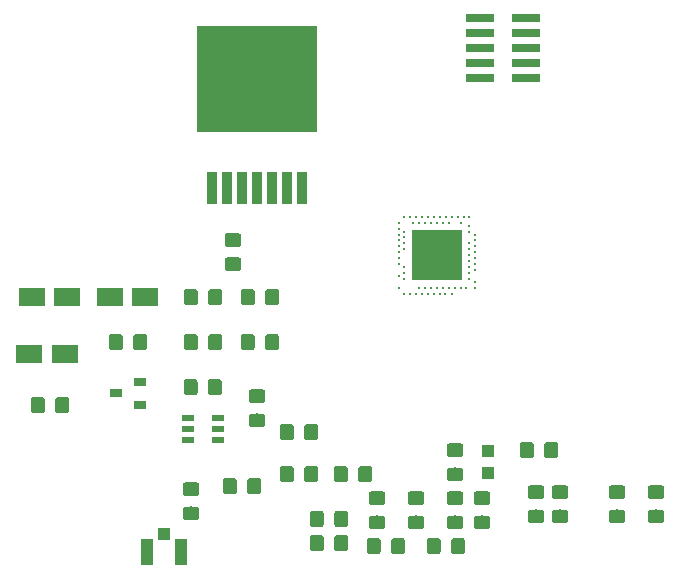
<source format=gbr>
G04 #@! TF.GenerationSoftware,KiCad,Pcbnew,(5.0.0)*
G04 #@! TF.CreationDate,2019-04-02T14:56:13-03:00*
G04 #@! TF.ProjectId,basic-hat,62617369632D6861742E6B696361645F,rev?*
G04 #@! TF.SameCoordinates,Original*
G04 #@! TF.FileFunction,Paste,Top*
G04 #@! TF.FilePolarity,Positive*
%FSLAX46Y46*%
G04 Gerber Fmt 4.6, Leading zero omitted, Abs format (unit mm)*
G04 Created by KiCad (PCBNEW (5.0.0)) date 04/02/19 14:56:13*
%MOMM*%
%LPD*%
G01*
G04 APERTURE LIST*
%ADD10R,1.000000X1.050000*%
%ADD11R,1.050000X2.200000*%
%ADD12C,0.100000*%
%ADD13C,1.150000*%
%ADD14R,2.200000X1.600000*%
%ADD15R,0.863600X2.692400*%
%ADD16R,10.160000X8.940800*%
%ADD17R,1.000000X0.600000*%
%ADD18R,2.400000X0.740000*%
%ADD19R,1.100000X0.650000*%
%ADD20C,0.275000*%
%ADD21R,4.250000X4.250000*%
%ADD22R,1.100000X1.050000*%
G04 APERTURE END LIST*
D10*
G04 #@! TO.C,ANT1*
X53340000Y-72898000D03*
D11*
X54815000Y-74423000D03*
X51865000Y-74423000D03*
G04 #@! TD*
D12*
G04 #@! TO.C,C1*
G36*
X78452505Y-69276204D02*
X78476773Y-69279804D01*
X78500572Y-69285765D01*
X78523671Y-69294030D01*
X78545850Y-69304520D01*
X78566893Y-69317132D01*
X78586599Y-69331747D01*
X78604777Y-69348223D01*
X78621253Y-69366401D01*
X78635868Y-69386107D01*
X78648480Y-69407150D01*
X78658970Y-69429329D01*
X78667235Y-69452428D01*
X78673196Y-69476227D01*
X78676796Y-69500495D01*
X78678000Y-69524999D01*
X78678000Y-70175001D01*
X78676796Y-70199505D01*
X78673196Y-70223773D01*
X78667235Y-70247572D01*
X78658970Y-70270671D01*
X78648480Y-70292850D01*
X78635868Y-70313893D01*
X78621253Y-70333599D01*
X78604777Y-70351777D01*
X78586599Y-70368253D01*
X78566893Y-70382868D01*
X78545850Y-70395480D01*
X78523671Y-70405970D01*
X78500572Y-70414235D01*
X78476773Y-70420196D01*
X78452505Y-70423796D01*
X78428001Y-70425000D01*
X77527999Y-70425000D01*
X77503495Y-70423796D01*
X77479227Y-70420196D01*
X77455428Y-70414235D01*
X77432329Y-70405970D01*
X77410150Y-70395480D01*
X77389107Y-70382868D01*
X77369401Y-70368253D01*
X77351223Y-70351777D01*
X77334747Y-70333599D01*
X77320132Y-70313893D01*
X77307520Y-70292850D01*
X77297030Y-70270671D01*
X77288765Y-70247572D01*
X77282804Y-70223773D01*
X77279204Y-70199505D01*
X77278000Y-70175001D01*
X77278000Y-69524999D01*
X77279204Y-69500495D01*
X77282804Y-69476227D01*
X77288765Y-69452428D01*
X77297030Y-69429329D01*
X77307520Y-69407150D01*
X77320132Y-69386107D01*
X77334747Y-69366401D01*
X77351223Y-69348223D01*
X77369401Y-69331747D01*
X77389107Y-69317132D01*
X77410150Y-69304520D01*
X77432329Y-69294030D01*
X77455428Y-69285765D01*
X77479227Y-69279804D01*
X77503495Y-69276204D01*
X77527999Y-69275000D01*
X78428001Y-69275000D01*
X78452505Y-69276204D01*
X78452505Y-69276204D01*
G37*
D13*
X77978000Y-69850000D03*
D12*
G36*
X78452505Y-71326204D02*
X78476773Y-71329804D01*
X78500572Y-71335765D01*
X78523671Y-71344030D01*
X78545850Y-71354520D01*
X78566893Y-71367132D01*
X78586599Y-71381747D01*
X78604777Y-71398223D01*
X78621253Y-71416401D01*
X78635868Y-71436107D01*
X78648480Y-71457150D01*
X78658970Y-71479329D01*
X78667235Y-71502428D01*
X78673196Y-71526227D01*
X78676796Y-71550495D01*
X78678000Y-71574999D01*
X78678000Y-72225001D01*
X78676796Y-72249505D01*
X78673196Y-72273773D01*
X78667235Y-72297572D01*
X78658970Y-72320671D01*
X78648480Y-72342850D01*
X78635868Y-72363893D01*
X78621253Y-72383599D01*
X78604777Y-72401777D01*
X78586599Y-72418253D01*
X78566893Y-72432868D01*
X78545850Y-72445480D01*
X78523671Y-72455970D01*
X78500572Y-72464235D01*
X78476773Y-72470196D01*
X78452505Y-72473796D01*
X78428001Y-72475000D01*
X77527999Y-72475000D01*
X77503495Y-72473796D01*
X77479227Y-72470196D01*
X77455428Y-72464235D01*
X77432329Y-72455970D01*
X77410150Y-72445480D01*
X77389107Y-72432868D01*
X77369401Y-72418253D01*
X77351223Y-72401777D01*
X77334747Y-72383599D01*
X77320132Y-72363893D01*
X77307520Y-72342850D01*
X77297030Y-72320671D01*
X77288765Y-72297572D01*
X77282804Y-72273773D01*
X77279204Y-72249505D01*
X77278000Y-72225001D01*
X77278000Y-71574999D01*
X77279204Y-71550495D01*
X77282804Y-71526227D01*
X77288765Y-71502428D01*
X77297030Y-71479329D01*
X77307520Y-71457150D01*
X77320132Y-71436107D01*
X77334747Y-71416401D01*
X77351223Y-71398223D01*
X77369401Y-71381747D01*
X77389107Y-71367132D01*
X77410150Y-71354520D01*
X77432329Y-71344030D01*
X77455428Y-71335765D01*
X77479227Y-71329804D01*
X77503495Y-71326204D01*
X77527999Y-71325000D01*
X78428001Y-71325000D01*
X78452505Y-71326204D01*
X78452505Y-71326204D01*
G37*
D13*
X77978000Y-71900000D03*
G04 #@! TD*
D12*
G04 #@! TO.C,C2*
G36*
X68675505Y-67119204D02*
X68699773Y-67122804D01*
X68723572Y-67128765D01*
X68746671Y-67137030D01*
X68768850Y-67147520D01*
X68789893Y-67160132D01*
X68809599Y-67174747D01*
X68827777Y-67191223D01*
X68844253Y-67209401D01*
X68858868Y-67229107D01*
X68871480Y-67250150D01*
X68881970Y-67272329D01*
X68890235Y-67295428D01*
X68896196Y-67319227D01*
X68899796Y-67343495D01*
X68901000Y-67367999D01*
X68901000Y-68268001D01*
X68899796Y-68292505D01*
X68896196Y-68316773D01*
X68890235Y-68340572D01*
X68881970Y-68363671D01*
X68871480Y-68385850D01*
X68858868Y-68406893D01*
X68844253Y-68426599D01*
X68827777Y-68444777D01*
X68809599Y-68461253D01*
X68789893Y-68475868D01*
X68768850Y-68488480D01*
X68746671Y-68498970D01*
X68723572Y-68507235D01*
X68699773Y-68513196D01*
X68675505Y-68516796D01*
X68651001Y-68518000D01*
X68000999Y-68518000D01*
X67976495Y-68516796D01*
X67952227Y-68513196D01*
X67928428Y-68507235D01*
X67905329Y-68498970D01*
X67883150Y-68488480D01*
X67862107Y-68475868D01*
X67842401Y-68461253D01*
X67824223Y-68444777D01*
X67807747Y-68426599D01*
X67793132Y-68406893D01*
X67780520Y-68385850D01*
X67770030Y-68363671D01*
X67761765Y-68340572D01*
X67755804Y-68316773D01*
X67752204Y-68292505D01*
X67751000Y-68268001D01*
X67751000Y-67367999D01*
X67752204Y-67343495D01*
X67755804Y-67319227D01*
X67761765Y-67295428D01*
X67770030Y-67272329D01*
X67780520Y-67250150D01*
X67793132Y-67229107D01*
X67807747Y-67209401D01*
X67824223Y-67191223D01*
X67842401Y-67174747D01*
X67862107Y-67160132D01*
X67883150Y-67147520D01*
X67905329Y-67137030D01*
X67928428Y-67128765D01*
X67952227Y-67122804D01*
X67976495Y-67119204D01*
X68000999Y-67118000D01*
X68651001Y-67118000D01*
X68675505Y-67119204D01*
X68675505Y-67119204D01*
G37*
D13*
X68326000Y-67818000D03*
D12*
G36*
X70725505Y-67119204D02*
X70749773Y-67122804D01*
X70773572Y-67128765D01*
X70796671Y-67137030D01*
X70818850Y-67147520D01*
X70839893Y-67160132D01*
X70859599Y-67174747D01*
X70877777Y-67191223D01*
X70894253Y-67209401D01*
X70908868Y-67229107D01*
X70921480Y-67250150D01*
X70931970Y-67272329D01*
X70940235Y-67295428D01*
X70946196Y-67319227D01*
X70949796Y-67343495D01*
X70951000Y-67367999D01*
X70951000Y-68268001D01*
X70949796Y-68292505D01*
X70946196Y-68316773D01*
X70940235Y-68340572D01*
X70931970Y-68363671D01*
X70921480Y-68385850D01*
X70908868Y-68406893D01*
X70894253Y-68426599D01*
X70877777Y-68444777D01*
X70859599Y-68461253D01*
X70839893Y-68475868D01*
X70818850Y-68488480D01*
X70796671Y-68498970D01*
X70773572Y-68507235D01*
X70749773Y-68513196D01*
X70725505Y-68516796D01*
X70701001Y-68518000D01*
X70050999Y-68518000D01*
X70026495Y-68516796D01*
X70002227Y-68513196D01*
X69978428Y-68507235D01*
X69955329Y-68498970D01*
X69933150Y-68488480D01*
X69912107Y-68475868D01*
X69892401Y-68461253D01*
X69874223Y-68444777D01*
X69857747Y-68426599D01*
X69843132Y-68406893D01*
X69830520Y-68385850D01*
X69820030Y-68363671D01*
X69811765Y-68340572D01*
X69805804Y-68316773D01*
X69802204Y-68292505D01*
X69801000Y-68268001D01*
X69801000Y-67367999D01*
X69802204Y-67343495D01*
X69805804Y-67319227D01*
X69811765Y-67295428D01*
X69820030Y-67272329D01*
X69830520Y-67250150D01*
X69843132Y-67229107D01*
X69857747Y-67209401D01*
X69874223Y-67191223D01*
X69892401Y-67174747D01*
X69912107Y-67160132D01*
X69933150Y-67147520D01*
X69955329Y-67137030D01*
X69978428Y-67128765D01*
X70002227Y-67122804D01*
X70026495Y-67119204D01*
X70050999Y-67118000D01*
X70701001Y-67118000D01*
X70725505Y-67119204D01*
X70725505Y-67119204D01*
G37*
D13*
X70376000Y-67818000D03*
G04 #@! TD*
D12*
G04 #@! TO.C,C3*
G36*
X80738505Y-71317204D02*
X80762773Y-71320804D01*
X80786572Y-71326765D01*
X80809671Y-71335030D01*
X80831850Y-71345520D01*
X80852893Y-71358132D01*
X80872599Y-71372747D01*
X80890777Y-71389223D01*
X80907253Y-71407401D01*
X80921868Y-71427107D01*
X80934480Y-71448150D01*
X80944970Y-71470329D01*
X80953235Y-71493428D01*
X80959196Y-71517227D01*
X80962796Y-71541495D01*
X80964000Y-71565999D01*
X80964000Y-72216001D01*
X80962796Y-72240505D01*
X80959196Y-72264773D01*
X80953235Y-72288572D01*
X80944970Y-72311671D01*
X80934480Y-72333850D01*
X80921868Y-72354893D01*
X80907253Y-72374599D01*
X80890777Y-72392777D01*
X80872599Y-72409253D01*
X80852893Y-72423868D01*
X80831850Y-72436480D01*
X80809671Y-72446970D01*
X80786572Y-72455235D01*
X80762773Y-72461196D01*
X80738505Y-72464796D01*
X80714001Y-72466000D01*
X79813999Y-72466000D01*
X79789495Y-72464796D01*
X79765227Y-72461196D01*
X79741428Y-72455235D01*
X79718329Y-72446970D01*
X79696150Y-72436480D01*
X79675107Y-72423868D01*
X79655401Y-72409253D01*
X79637223Y-72392777D01*
X79620747Y-72374599D01*
X79606132Y-72354893D01*
X79593520Y-72333850D01*
X79583030Y-72311671D01*
X79574765Y-72288572D01*
X79568804Y-72264773D01*
X79565204Y-72240505D01*
X79564000Y-72216001D01*
X79564000Y-71565999D01*
X79565204Y-71541495D01*
X79568804Y-71517227D01*
X79574765Y-71493428D01*
X79583030Y-71470329D01*
X79593520Y-71448150D01*
X79606132Y-71427107D01*
X79620747Y-71407401D01*
X79637223Y-71389223D01*
X79655401Y-71372747D01*
X79675107Y-71358132D01*
X79696150Y-71345520D01*
X79718329Y-71335030D01*
X79741428Y-71326765D01*
X79765227Y-71320804D01*
X79789495Y-71317204D01*
X79813999Y-71316000D01*
X80714001Y-71316000D01*
X80738505Y-71317204D01*
X80738505Y-71317204D01*
G37*
D13*
X80264000Y-71891000D03*
D12*
G36*
X80738505Y-69267204D02*
X80762773Y-69270804D01*
X80786572Y-69276765D01*
X80809671Y-69285030D01*
X80831850Y-69295520D01*
X80852893Y-69308132D01*
X80872599Y-69322747D01*
X80890777Y-69339223D01*
X80907253Y-69357401D01*
X80921868Y-69377107D01*
X80934480Y-69398150D01*
X80944970Y-69420329D01*
X80953235Y-69443428D01*
X80959196Y-69467227D01*
X80962796Y-69491495D01*
X80964000Y-69515999D01*
X80964000Y-70166001D01*
X80962796Y-70190505D01*
X80959196Y-70214773D01*
X80953235Y-70238572D01*
X80944970Y-70261671D01*
X80934480Y-70283850D01*
X80921868Y-70304893D01*
X80907253Y-70324599D01*
X80890777Y-70342777D01*
X80872599Y-70359253D01*
X80852893Y-70373868D01*
X80831850Y-70386480D01*
X80809671Y-70396970D01*
X80786572Y-70405235D01*
X80762773Y-70411196D01*
X80738505Y-70414796D01*
X80714001Y-70416000D01*
X79813999Y-70416000D01*
X79789495Y-70414796D01*
X79765227Y-70411196D01*
X79741428Y-70405235D01*
X79718329Y-70396970D01*
X79696150Y-70386480D01*
X79675107Y-70373868D01*
X79655401Y-70359253D01*
X79637223Y-70342777D01*
X79620747Y-70324599D01*
X79606132Y-70304893D01*
X79593520Y-70283850D01*
X79583030Y-70261671D01*
X79574765Y-70238572D01*
X79568804Y-70214773D01*
X79565204Y-70190505D01*
X79564000Y-70166001D01*
X79564000Y-69515999D01*
X79565204Y-69491495D01*
X79568804Y-69467227D01*
X79574765Y-69443428D01*
X79583030Y-69420329D01*
X79593520Y-69398150D01*
X79606132Y-69377107D01*
X79620747Y-69357401D01*
X79637223Y-69339223D01*
X79655401Y-69322747D01*
X79675107Y-69308132D01*
X79696150Y-69295520D01*
X79718329Y-69285030D01*
X79741428Y-69276765D01*
X79765227Y-69270804D01*
X79789495Y-69267204D01*
X79813999Y-69266000D01*
X80714001Y-69266000D01*
X80738505Y-69267204D01*
X80738505Y-69267204D01*
G37*
D13*
X80264000Y-69841000D03*
G04 #@! TD*
D12*
G04 #@! TO.C,C4*
G36*
X71848505Y-71317204D02*
X71872773Y-71320804D01*
X71896572Y-71326765D01*
X71919671Y-71335030D01*
X71941850Y-71345520D01*
X71962893Y-71358132D01*
X71982599Y-71372747D01*
X72000777Y-71389223D01*
X72017253Y-71407401D01*
X72031868Y-71427107D01*
X72044480Y-71448150D01*
X72054970Y-71470329D01*
X72063235Y-71493428D01*
X72069196Y-71517227D01*
X72072796Y-71541495D01*
X72074000Y-71565999D01*
X72074000Y-72216001D01*
X72072796Y-72240505D01*
X72069196Y-72264773D01*
X72063235Y-72288572D01*
X72054970Y-72311671D01*
X72044480Y-72333850D01*
X72031868Y-72354893D01*
X72017253Y-72374599D01*
X72000777Y-72392777D01*
X71982599Y-72409253D01*
X71962893Y-72423868D01*
X71941850Y-72436480D01*
X71919671Y-72446970D01*
X71896572Y-72455235D01*
X71872773Y-72461196D01*
X71848505Y-72464796D01*
X71824001Y-72466000D01*
X70923999Y-72466000D01*
X70899495Y-72464796D01*
X70875227Y-72461196D01*
X70851428Y-72455235D01*
X70828329Y-72446970D01*
X70806150Y-72436480D01*
X70785107Y-72423868D01*
X70765401Y-72409253D01*
X70747223Y-72392777D01*
X70730747Y-72374599D01*
X70716132Y-72354893D01*
X70703520Y-72333850D01*
X70693030Y-72311671D01*
X70684765Y-72288572D01*
X70678804Y-72264773D01*
X70675204Y-72240505D01*
X70674000Y-72216001D01*
X70674000Y-71565999D01*
X70675204Y-71541495D01*
X70678804Y-71517227D01*
X70684765Y-71493428D01*
X70693030Y-71470329D01*
X70703520Y-71448150D01*
X70716132Y-71427107D01*
X70730747Y-71407401D01*
X70747223Y-71389223D01*
X70765401Y-71372747D01*
X70785107Y-71358132D01*
X70806150Y-71345520D01*
X70828329Y-71335030D01*
X70851428Y-71326765D01*
X70875227Y-71320804D01*
X70899495Y-71317204D01*
X70923999Y-71316000D01*
X71824001Y-71316000D01*
X71848505Y-71317204D01*
X71848505Y-71317204D01*
G37*
D13*
X71374000Y-71891000D03*
D12*
G36*
X71848505Y-69267204D02*
X71872773Y-69270804D01*
X71896572Y-69276765D01*
X71919671Y-69285030D01*
X71941850Y-69295520D01*
X71962893Y-69308132D01*
X71982599Y-69322747D01*
X72000777Y-69339223D01*
X72017253Y-69357401D01*
X72031868Y-69377107D01*
X72044480Y-69398150D01*
X72054970Y-69420329D01*
X72063235Y-69443428D01*
X72069196Y-69467227D01*
X72072796Y-69491495D01*
X72074000Y-69515999D01*
X72074000Y-70166001D01*
X72072796Y-70190505D01*
X72069196Y-70214773D01*
X72063235Y-70238572D01*
X72054970Y-70261671D01*
X72044480Y-70283850D01*
X72031868Y-70304893D01*
X72017253Y-70324599D01*
X72000777Y-70342777D01*
X71982599Y-70359253D01*
X71962893Y-70373868D01*
X71941850Y-70386480D01*
X71919671Y-70396970D01*
X71896572Y-70405235D01*
X71872773Y-70411196D01*
X71848505Y-70414796D01*
X71824001Y-70416000D01*
X70923999Y-70416000D01*
X70899495Y-70414796D01*
X70875227Y-70411196D01*
X70851428Y-70405235D01*
X70828329Y-70396970D01*
X70806150Y-70386480D01*
X70785107Y-70373868D01*
X70765401Y-70359253D01*
X70747223Y-70342777D01*
X70730747Y-70324599D01*
X70716132Y-70304893D01*
X70703520Y-70283850D01*
X70693030Y-70261671D01*
X70684765Y-70238572D01*
X70678804Y-70214773D01*
X70675204Y-70190505D01*
X70674000Y-70166001D01*
X70674000Y-69515999D01*
X70675204Y-69491495D01*
X70678804Y-69467227D01*
X70684765Y-69443428D01*
X70693030Y-69420329D01*
X70703520Y-69398150D01*
X70716132Y-69377107D01*
X70730747Y-69357401D01*
X70747223Y-69339223D01*
X70765401Y-69322747D01*
X70785107Y-69308132D01*
X70806150Y-69295520D01*
X70828329Y-69285030D01*
X70851428Y-69276765D01*
X70875227Y-69270804D01*
X70899495Y-69267204D01*
X70923999Y-69266000D01*
X71824001Y-69266000D01*
X71848505Y-69267204D01*
X71848505Y-69267204D01*
G37*
D13*
X71374000Y-69841000D03*
G04 #@! TD*
D12*
G04 #@! TO.C,C5*
G36*
X75150505Y-69267204D02*
X75174773Y-69270804D01*
X75198572Y-69276765D01*
X75221671Y-69285030D01*
X75243850Y-69295520D01*
X75264893Y-69308132D01*
X75284599Y-69322747D01*
X75302777Y-69339223D01*
X75319253Y-69357401D01*
X75333868Y-69377107D01*
X75346480Y-69398150D01*
X75356970Y-69420329D01*
X75365235Y-69443428D01*
X75371196Y-69467227D01*
X75374796Y-69491495D01*
X75376000Y-69515999D01*
X75376000Y-70166001D01*
X75374796Y-70190505D01*
X75371196Y-70214773D01*
X75365235Y-70238572D01*
X75356970Y-70261671D01*
X75346480Y-70283850D01*
X75333868Y-70304893D01*
X75319253Y-70324599D01*
X75302777Y-70342777D01*
X75284599Y-70359253D01*
X75264893Y-70373868D01*
X75243850Y-70386480D01*
X75221671Y-70396970D01*
X75198572Y-70405235D01*
X75174773Y-70411196D01*
X75150505Y-70414796D01*
X75126001Y-70416000D01*
X74225999Y-70416000D01*
X74201495Y-70414796D01*
X74177227Y-70411196D01*
X74153428Y-70405235D01*
X74130329Y-70396970D01*
X74108150Y-70386480D01*
X74087107Y-70373868D01*
X74067401Y-70359253D01*
X74049223Y-70342777D01*
X74032747Y-70324599D01*
X74018132Y-70304893D01*
X74005520Y-70283850D01*
X73995030Y-70261671D01*
X73986765Y-70238572D01*
X73980804Y-70214773D01*
X73977204Y-70190505D01*
X73976000Y-70166001D01*
X73976000Y-69515999D01*
X73977204Y-69491495D01*
X73980804Y-69467227D01*
X73986765Y-69443428D01*
X73995030Y-69420329D01*
X74005520Y-69398150D01*
X74018132Y-69377107D01*
X74032747Y-69357401D01*
X74049223Y-69339223D01*
X74067401Y-69322747D01*
X74087107Y-69308132D01*
X74108150Y-69295520D01*
X74130329Y-69285030D01*
X74153428Y-69276765D01*
X74177227Y-69270804D01*
X74201495Y-69267204D01*
X74225999Y-69266000D01*
X75126001Y-69266000D01*
X75150505Y-69267204D01*
X75150505Y-69267204D01*
G37*
D13*
X74676000Y-69841000D03*
D12*
G36*
X75150505Y-71317204D02*
X75174773Y-71320804D01*
X75198572Y-71326765D01*
X75221671Y-71335030D01*
X75243850Y-71345520D01*
X75264893Y-71358132D01*
X75284599Y-71372747D01*
X75302777Y-71389223D01*
X75319253Y-71407401D01*
X75333868Y-71427107D01*
X75346480Y-71448150D01*
X75356970Y-71470329D01*
X75365235Y-71493428D01*
X75371196Y-71517227D01*
X75374796Y-71541495D01*
X75376000Y-71565999D01*
X75376000Y-72216001D01*
X75374796Y-72240505D01*
X75371196Y-72264773D01*
X75365235Y-72288572D01*
X75356970Y-72311671D01*
X75346480Y-72333850D01*
X75333868Y-72354893D01*
X75319253Y-72374599D01*
X75302777Y-72392777D01*
X75284599Y-72409253D01*
X75264893Y-72423868D01*
X75243850Y-72436480D01*
X75221671Y-72446970D01*
X75198572Y-72455235D01*
X75174773Y-72461196D01*
X75150505Y-72464796D01*
X75126001Y-72466000D01*
X74225999Y-72466000D01*
X74201495Y-72464796D01*
X74177227Y-72461196D01*
X74153428Y-72455235D01*
X74130329Y-72446970D01*
X74108150Y-72436480D01*
X74087107Y-72423868D01*
X74067401Y-72409253D01*
X74049223Y-72392777D01*
X74032747Y-72374599D01*
X74018132Y-72354893D01*
X74005520Y-72333850D01*
X73995030Y-72311671D01*
X73986765Y-72288572D01*
X73980804Y-72264773D01*
X73977204Y-72240505D01*
X73976000Y-72216001D01*
X73976000Y-71565999D01*
X73977204Y-71541495D01*
X73980804Y-71517227D01*
X73986765Y-71493428D01*
X73995030Y-71470329D01*
X74005520Y-71448150D01*
X74018132Y-71427107D01*
X74032747Y-71407401D01*
X74049223Y-71389223D01*
X74067401Y-71372747D01*
X74087107Y-71358132D01*
X74108150Y-71345520D01*
X74130329Y-71335030D01*
X74153428Y-71326765D01*
X74177227Y-71320804D01*
X74201495Y-71317204D01*
X74225999Y-71316000D01*
X75126001Y-71316000D01*
X75150505Y-71317204D01*
X75150505Y-71317204D01*
G37*
D13*
X74676000Y-71891000D03*
G04 #@! TD*
D12*
G04 #@! TO.C,C6*
G36*
X85310505Y-70809204D02*
X85334773Y-70812804D01*
X85358572Y-70818765D01*
X85381671Y-70827030D01*
X85403850Y-70837520D01*
X85424893Y-70850132D01*
X85444599Y-70864747D01*
X85462777Y-70881223D01*
X85479253Y-70899401D01*
X85493868Y-70919107D01*
X85506480Y-70940150D01*
X85516970Y-70962329D01*
X85525235Y-70985428D01*
X85531196Y-71009227D01*
X85534796Y-71033495D01*
X85536000Y-71057999D01*
X85536000Y-71708001D01*
X85534796Y-71732505D01*
X85531196Y-71756773D01*
X85525235Y-71780572D01*
X85516970Y-71803671D01*
X85506480Y-71825850D01*
X85493868Y-71846893D01*
X85479253Y-71866599D01*
X85462777Y-71884777D01*
X85444599Y-71901253D01*
X85424893Y-71915868D01*
X85403850Y-71928480D01*
X85381671Y-71938970D01*
X85358572Y-71947235D01*
X85334773Y-71953196D01*
X85310505Y-71956796D01*
X85286001Y-71958000D01*
X84385999Y-71958000D01*
X84361495Y-71956796D01*
X84337227Y-71953196D01*
X84313428Y-71947235D01*
X84290329Y-71938970D01*
X84268150Y-71928480D01*
X84247107Y-71915868D01*
X84227401Y-71901253D01*
X84209223Y-71884777D01*
X84192747Y-71866599D01*
X84178132Y-71846893D01*
X84165520Y-71825850D01*
X84155030Y-71803671D01*
X84146765Y-71780572D01*
X84140804Y-71756773D01*
X84137204Y-71732505D01*
X84136000Y-71708001D01*
X84136000Y-71057999D01*
X84137204Y-71033495D01*
X84140804Y-71009227D01*
X84146765Y-70985428D01*
X84155030Y-70962329D01*
X84165520Y-70940150D01*
X84178132Y-70919107D01*
X84192747Y-70899401D01*
X84209223Y-70881223D01*
X84227401Y-70864747D01*
X84247107Y-70850132D01*
X84268150Y-70837520D01*
X84290329Y-70827030D01*
X84313428Y-70818765D01*
X84337227Y-70812804D01*
X84361495Y-70809204D01*
X84385999Y-70808000D01*
X85286001Y-70808000D01*
X85310505Y-70809204D01*
X85310505Y-70809204D01*
G37*
D13*
X84836000Y-71383000D03*
D12*
G36*
X85310505Y-68759204D02*
X85334773Y-68762804D01*
X85358572Y-68768765D01*
X85381671Y-68777030D01*
X85403850Y-68787520D01*
X85424893Y-68800132D01*
X85444599Y-68814747D01*
X85462777Y-68831223D01*
X85479253Y-68849401D01*
X85493868Y-68869107D01*
X85506480Y-68890150D01*
X85516970Y-68912329D01*
X85525235Y-68935428D01*
X85531196Y-68959227D01*
X85534796Y-68983495D01*
X85536000Y-69007999D01*
X85536000Y-69658001D01*
X85534796Y-69682505D01*
X85531196Y-69706773D01*
X85525235Y-69730572D01*
X85516970Y-69753671D01*
X85506480Y-69775850D01*
X85493868Y-69796893D01*
X85479253Y-69816599D01*
X85462777Y-69834777D01*
X85444599Y-69851253D01*
X85424893Y-69865868D01*
X85403850Y-69878480D01*
X85381671Y-69888970D01*
X85358572Y-69897235D01*
X85334773Y-69903196D01*
X85310505Y-69906796D01*
X85286001Y-69908000D01*
X84385999Y-69908000D01*
X84361495Y-69906796D01*
X84337227Y-69903196D01*
X84313428Y-69897235D01*
X84290329Y-69888970D01*
X84268150Y-69878480D01*
X84247107Y-69865868D01*
X84227401Y-69851253D01*
X84209223Y-69834777D01*
X84192747Y-69816599D01*
X84178132Y-69796893D01*
X84165520Y-69775850D01*
X84155030Y-69753671D01*
X84146765Y-69730572D01*
X84140804Y-69706773D01*
X84137204Y-69682505D01*
X84136000Y-69658001D01*
X84136000Y-69007999D01*
X84137204Y-68983495D01*
X84140804Y-68959227D01*
X84146765Y-68935428D01*
X84155030Y-68912329D01*
X84165520Y-68890150D01*
X84178132Y-68869107D01*
X84192747Y-68849401D01*
X84209223Y-68831223D01*
X84227401Y-68814747D01*
X84247107Y-68800132D01*
X84268150Y-68787520D01*
X84290329Y-68777030D01*
X84313428Y-68768765D01*
X84337227Y-68762804D01*
X84361495Y-68759204D01*
X84385999Y-68758000D01*
X85286001Y-68758000D01*
X85310505Y-68759204D01*
X85310505Y-68759204D01*
G37*
D13*
X84836000Y-69333000D03*
G04 #@! TD*
D12*
G04 #@! TO.C,C7*
G36*
X61688505Y-62690204D02*
X61712773Y-62693804D01*
X61736572Y-62699765D01*
X61759671Y-62708030D01*
X61781850Y-62718520D01*
X61802893Y-62731132D01*
X61822599Y-62745747D01*
X61840777Y-62762223D01*
X61857253Y-62780401D01*
X61871868Y-62800107D01*
X61884480Y-62821150D01*
X61894970Y-62843329D01*
X61903235Y-62866428D01*
X61909196Y-62890227D01*
X61912796Y-62914495D01*
X61914000Y-62938999D01*
X61914000Y-63589001D01*
X61912796Y-63613505D01*
X61909196Y-63637773D01*
X61903235Y-63661572D01*
X61894970Y-63684671D01*
X61884480Y-63706850D01*
X61871868Y-63727893D01*
X61857253Y-63747599D01*
X61840777Y-63765777D01*
X61822599Y-63782253D01*
X61802893Y-63796868D01*
X61781850Y-63809480D01*
X61759671Y-63819970D01*
X61736572Y-63828235D01*
X61712773Y-63834196D01*
X61688505Y-63837796D01*
X61664001Y-63839000D01*
X60763999Y-63839000D01*
X60739495Y-63837796D01*
X60715227Y-63834196D01*
X60691428Y-63828235D01*
X60668329Y-63819970D01*
X60646150Y-63809480D01*
X60625107Y-63796868D01*
X60605401Y-63782253D01*
X60587223Y-63765777D01*
X60570747Y-63747599D01*
X60556132Y-63727893D01*
X60543520Y-63706850D01*
X60533030Y-63684671D01*
X60524765Y-63661572D01*
X60518804Y-63637773D01*
X60515204Y-63613505D01*
X60514000Y-63589001D01*
X60514000Y-62938999D01*
X60515204Y-62914495D01*
X60518804Y-62890227D01*
X60524765Y-62866428D01*
X60533030Y-62843329D01*
X60543520Y-62821150D01*
X60556132Y-62800107D01*
X60570747Y-62780401D01*
X60587223Y-62762223D01*
X60605401Y-62745747D01*
X60625107Y-62731132D01*
X60646150Y-62718520D01*
X60668329Y-62708030D01*
X60691428Y-62699765D01*
X60715227Y-62693804D01*
X60739495Y-62690204D01*
X60763999Y-62689000D01*
X61664001Y-62689000D01*
X61688505Y-62690204D01*
X61688505Y-62690204D01*
G37*
D13*
X61214000Y-63264000D03*
D12*
G36*
X61688505Y-60640204D02*
X61712773Y-60643804D01*
X61736572Y-60649765D01*
X61759671Y-60658030D01*
X61781850Y-60668520D01*
X61802893Y-60681132D01*
X61822599Y-60695747D01*
X61840777Y-60712223D01*
X61857253Y-60730401D01*
X61871868Y-60750107D01*
X61884480Y-60771150D01*
X61894970Y-60793329D01*
X61903235Y-60816428D01*
X61909196Y-60840227D01*
X61912796Y-60864495D01*
X61914000Y-60888999D01*
X61914000Y-61539001D01*
X61912796Y-61563505D01*
X61909196Y-61587773D01*
X61903235Y-61611572D01*
X61894970Y-61634671D01*
X61884480Y-61656850D01*
X61871868Y-61677893D01*
X61857253Y-61697599D01*
X61840777Y-61715777D01*
X61822599Y-61732253D01*
X61802893Y-61746868D01*
X61781850Y-61759480D01*
X61759671Y-61769970D01*
X61736572Y-61778235D01*
X61712773Y-61784196D01*
X61688505Y-61787796D01*
X61664001Y-61789000D01*
X60763999Y-61789000D01*
X60739495Y-61787796D01*
X60715227Y-61784196D01*
X60691428Y-61778235D01*
X60668329Y-61769970D01*
X60646150Y-61759480D01*
X60625107Y-61746868D01*
X60605401Y-61732253D01*
X60587223Y-61715777D01*
X60570747Y-61697599D01*
X60556132Y-61677893D01*
X60543520Y-61656850D01*
X60533030Y-61634671D01*
X60524765Y-61611572D01*
X60518804Y-61587773D01*
X60515204Y-61563505D01*
X60514000Y-61539001D01*
X60514000Y-60888999D01*
X60515204Y-60864495D01*
X60518804Y-60840227D01*
X60524765Y-60816428D01*
X60533030Y-60793329D01*
X60543520Y-60771150D01*
X60556132Y-60750107D01*
X60570747Y-60730401D01*
X60587223Y-60712223D01*
X60605401Y-60695747D01*
X60625107Y-60681132D01*
X60646150Y-60668520D01*
X60668329Y-60658030D01*
X60691428Y-60649765D01*
X60715227Y-60643804D01*
X60739495Y-60640204D01*
X60763999Y-60639000D01*
X61664001Y-60639000D01*
X61688505Y-60640204D01*
X61688505Y-60640204D01*
G37*
D13*
X61214000Y-61214000D03*
G04 #@! TD*
D12*
G04 #@! TO.C,C8*
G36*
X62851505Y-52133204D02*
X62875773Y-52136804D01*
X62899572Y-52142765D01*
X62922671Y-52151030D01*
X62944850Y-52161520D01*
X62965893Y-52174132D01*
X62985599Y-52188747D01*
X63003777Y-52205223D01*
X63020253Y-52223401D01*
X63034868Y-52243107D01*
X63047480Y-52264150D01*
X63057970Y-52286329D01*
X63066235Y-52309428D01*
X63072196Y-52333227D01*
X63075796Y-52357495D01*
X63077000Y-52381999D01*
X63077000Y-53282001D01*
X63075796Y-53306505D01*
X63072196Y-53330773D01*
X63066235Y-53354572D01*
X63057970Y-53377671D01*
X63047480Y-53399850D01*
X63034868Y-53420893D01*
X63020253Y-53440599D01*
X63003777Y-53458777D01*
X62985599Y-53475253D01*
X62965893Y-53489868D01*
X62944850Y-53502480D01*
X62922671Y-53512970D01*
X62899572Y-53521235D01*
X62875773Y-53527196D01*
X62851505Y-53530796D01*
X62827001Y-53532000D01*
X62176999Y-53532000D01*
X62152495Y-53530796D01*
X62128227Y-53527196D01*
X62104428Y-53521235D01*
X62081329Y-53512970D01*
X62059150Y-53502480D01*
X62038107Y-53489868D01*
X62018401Y-53475253D01*
X62000223Y-53458777D01*
X61983747Y-53440599D01*
X61969132Y-53420893D01*
X61956520Y-53399850D01*
X61946030Y-53377671D01*
X61937765Y-53354572D01*
X61931804Y-53330773D01*
X61928204Y-53306505D01*
X61927000Y-53282001D01*
X61927000Y-52381999D01*
X61928204Y-52357495D01*
X61931804Y-52333227D01*
X61937765Y-52309428D01*
X61946030Y-52286329D01*
X61956520Y-52264150D01*
X61969132Y-52243107D01*
X61983747Y-52223401D01*
X62000223Y-52205223D01*
X62018401Y-52188747D01*
X62038107Y-52174132D01*
X62059150Y-52161520D01*
X62081329Y-52151030D01*
X62104428Y-52142765D01*
X62128227Y-52136804D01*
X62152495Y-52133204D01*
X62176999Y-52132000D01*
X62827001Y-52132000D01*
X62851505Y-52133204D01*
X62851505Y-52133204D01*
G37*
D13*
X62502000Y-52832000D03*
D12*
G36*
X60801505Y-52133204D02*
X60825773Y-52136804D01*
X60849572Y-52142765D01*
X60872671Y-52151030D01*
X60894850Y-52161520D01*
X60915893Y-52174132D01*
X60935599Y-52188747D01*
X60953777Y-52205223D01*
X60970253Y-52223401D01*
X60984868Y-52243107D01*
X60997480Y-52264150D01*
X61007970Y-52286329D01*
X61016235Y-52309428D01*
X61022196Y-52333227D01*
X61025796Y-52357495D01*
X61027000Y-52381999D01*
X61027000Y-53282001D01*
X61025796Y-53306505D01*
X61022196Y-53330773D01*
X61016235Y-53354572D01*
X61007970Y-53377671D01*
X60997480Y-53399850D01*
X60984868Y-53420893D01*
X60970253Y-53440599D01*
X60953777Y-53458777D01*
X60935599Y-53475253D01*
X60915893Y-53489868D01*
X60894850Y-53502480D01*
X60872671Y-53512970D01*
X60849572Y-53521235D01*
X60825773Y-53527196D01*
X60801505Y-53530796D01*
X60777001Y-53532000D01*
X60126999Y-53532000D01*
X60102495Y-53530796D01*
X60078227Y-53527196D01*
X60054428Y-53521235D01*
X60031329Y-53512970D01*
X60009150Y-53502480D01*
X59988107Y-53489868D01*
X59968401Y-53475253D01*
X59950223Y-53458777D01*
X59933747Y-53440599D01*
X59919132Y-53420893D01*
X59906520Y-53399850D01*
X59896030Y-53377671D01*
X59887765Y-53354572D01*
X59881804Y-53330773D01*
X59878204Y-53306505D01*
X59877000Y-53282001D01*
X59877000Y-52381999D01*
X59878204Y-52357495D01*
X59881804Y-52333227D01*
X59887765Y-52309428D01*
X59896030Y-52286329D01*
X59906520Y-52264150D01*
X59919132Y-52243107D01*
X59933747Y-52223401D01*
X59950223Y-52205223D01*
X59968401Y-52188747D01*
X59988107Y-52174132D01*
X60009150Y-52161520D01*
X60031329Y-52151030D01*
X60054428Y-52142765D01*
X60078227Y-52136804D01*
X60102495Y-52133204D01*
X60126999Y-52132000D01*
X60777001Y-52132000D01*
X60801505Y-52133204D01*
X60801505Y-52133204D01*
G37*
D13*
X60452000Y-52832000D03*
G04 #@! TD*
D12*
G04 #@! TO.C,C9*
G36*
X62842505Y-55943204D02*
X62866773Y-55946804D01*
X62890572Y-55952765D01*
X62913671Y-55961030D01*
X62935850Y-55971520D01*
X62956893Y-55984132D01*
X62976599Y-55998747D01*
X62994777Y-56015223D01*
X63011253Y-56033401D01*
X63025868Y-56053107D01*
X63038480Y-56074150D01*
X63048970Y-56096329D01*
X63057235Y-56119428D01*
X63063196Y-56143227D01*
X63066796Y-56167495D01*
X63068000Y-56191999D01*
X63068000Y-57092001D01*
X63066796Y-57116505D01*
X63063196Y-57140773D01*
X63057235Y-57164572D01*
X63048970Y-57187671D01*
X63038480Y-57209850D01*
X63025868Y-57230893D01*
X63011253Y-57250599D01*
X62994777Y-57268777D01*
X62976599Y-57285253D01*
X62956893Y-57299868D01*
X62935850Y-57312480D01*
X62913671Y-57322970D01*
X62890572Y-57331235D01*
X62866773Y-57337196D01*
X62842505Y-57340796D01*
X62818001Y-57342000D01*
X62167999Y-57342000D01*
X62143495Y-57340796D01*
X62119227Y-57337196D01*
X62095428Y-57331235D01*
X62072329Y-57322970D01*
X62050150Y-57312480D01*
X62029107Y-57299868D01*
X62009401Y-57285253D01*
X61991223Y-57268777D01*
X61974747Y-57250599D01*
X61960132Y-57230893D01*
X61947520Y-57209850D01*
X61937030Y-57187671D01*
X61928765Y-57164572D01*
X61922804Y-57140773D01*
X61919204Y-57116505D01*
X61918000Y-57092001D01*
X61918000Y-56191999D01*
X61919204Y-56167495D01*
X61922804Y-56143227D01*
X61928765Y-56119428D01*
X61937030Y-56096329D01*
X61947520Y-56074150D01*
X61960132Y-56053107D01*
X61974747Y-56033401D01*
X61991223Y-56015223D01*
X62009401Y-55998747D01*
X62029107Y-55984132D01*
X62050150Y-55971520D01*
X62072329Y-55961030D01*
X62095428Y-55952765D01*
X62119227Y-55946804D01*
X62143495Y-55943204D01*
X62167999Y-55942000D01*
X62818001Y-55942000D01*
X62842505Y-55943204D01*
X62842505Y-55943204D01*
G37*
D13*
X62493000Y-56642000D03*
D12*
G36*
X60792505Y-55943204D02*
X60816773Y-55946804D01*
X60840572Y-55952765D01*
X60863671Y-55961030D01*
X60885850Y-55971520D01*
X60906893Y-55984132D01*
X60926599Y-55998747D01*
X60944777Y-56015223D01*
X60961253Y-56033401D01*
X60975868Y-56053107D01*
X60988480Y-56074150D01*
X60998970Y-56096329D01*
X61007235Y-56119428D01*
X61013196Y-56143227D01*
X61016796Y-56167495D01*
X61018000Y-56191999D01*
X61018000Y-57092001D01*
X61016796Y-57116505D01*
X61013196Y-57140773D01*
X61007235Y-57164572D01*
X60998970Y-57187671D01*
X60988480Y-57209850D01*
X60975868Y-57230893D01*
X60961253Y-57250599D01*
X60944777Y-57268777D01*
X60926599Y-57285253D01*
X60906893Y-57299868D01*
X60885850Y-57312480D01*
X60863671Y-57322970D01*
X60840572Y-57331235D01*
X60816773Y-57337196D01*
X60792505Y-57340796D01*
X60768001Y-57342000D01*
X60117999Y-57342000D01*
X60093495Y-57340796D01*
X60069227Y-57337196D01*
X60045428Y-57331235D01*
X60022329Y-57322970D01*
X60000150Y-57312480D01*
X59979107Y-57299868D01*
X59959401Y-57285253D01*
X59941223Y-57268777D01*
X59924747Y-57250599D01*
X59910132Y-57230893D01*
X59897520Y-57209850D01*
X59887030Y-57187671D01*
X59878765Y-57164572D01*
X59872804Y-57140773D01*
X59869204Y-57116505D01*
X59868000Y-57092001D01*
X59868000Y-56191999D01*
X59869204Y-56167495D01*
X59872804Y-56143227D01*
X59878765Y-56119428D01*
X59887030Y-56096329D01*
X59897520Y-56074150D01*
X59910132Y-56053107D01*
X59924747Y-56033401D01*
X59941223Y-56015223D01*
X59959401Y-55998747D01*
X59979107Y-55984132D01*
X60000150Y-55971520D01*
X60022329Y-55961030D01*
X60045428Y-55952765D01*
X60069227Y-55946804D01*
X60093495Y-55943204D01*
X60117999Y-55942000D01*
X60768001Y-55942000D01*
X60792505Y-55943204D01*
X60792505Y-55943204D01*
G37*
D13*
X60443000Y-56642000D03*
G04 #@! TD*
D12*
G04 #@! TO.C,C10*
G36*
X95470505Y-70818204D02*
X95494773Y-70821804D01*
X95518572Y-70827765D01*
X95541671Y-70836030D01*
X95563850Y-70846520D01*
X95584893Y-70859132D01*
X95604599Y-70873747D01*
X95622777Y-70890223D01*
X95639253Y-70908401D01*
X95653868Y-70928107D01*
X95666480Y-70949150D01*
X95676970Y-70971329D01*
X95685235Y-70994428D01*
X95691196Y-71018227D01*
X95694796Y-71042495D01*
X95696000Y-71066999D01*
X95696000Y-71717001D01*
X95694796Y-71741505D01*
X95691196Y-71765773D01*
X95685235Y-71789572D01*
X95676970Y-71812671D01*
X95666480Y-71834850D01*
X95653868Y-71855893D01*
X95639253Y-71875599D01*
X95622777Y-71893777D01*
X95604599Y-71910253D01*
X95584893Y-71924868D01*
X95563850Y-71937480D01*
X95541671Y-71947970D01*
X95518572Y-71956235D01*
X95494773Y-71962196D01*
X95470505Y-71965796D01*
X95446001Y-71967000D01*
X94545999Y-71967000D01*
X94521495Y-71965796D01*
X94497227Y-71962196D01*
X94473428Y-71956235D01*
X94450329Y-71947970D01*
X94428150Y-71937480D01*
X94407107Y-71924868D01*
X94387401Y-71910253D01*
X94369223Y-71893777D01*
X94352747Y-71875599D01*
X94338132Y-71855893D01*
X94325520Y-71834850D01*
X94315030Y-71812671D01*
X94306765Y-71789572D01*
X94300804Y-71765773D01*
X94297204Y-71741505D01*
X94296000Y-71717001D01*
X94296000Y-71066999D01*
X94297204Y-71042495D01*
X94300804Y-71018227D01*
X94306765Y-70994428D01*
X94315030Y-70971329D01*
X94325520Y-70949150D01*
X94338132Y-70928107D01*
X94352747Y-70908401D01*
X94369223Y-70890223D01*
X94387401Y-70873747D01*
X94407107Y-70859132D01*
X94428150Y-70846520D01*
X94450329Y-70836030D01*
X94473428Y-70827765D01*
X94497227Y-70821804D01*
X94521495Y-70818204D01*
X94545999Y-70817000D01*
X95446001Y-70817000D01*
X95470505Y-70818204D01*
X95470505Y-70818204D01*
G37*
D13*
X94996000Y-71392000D03*
D12*
G36*
X95470505Y-68768204D02*
X95494773Y-68771804D01*
X95518572Y-68777765D01*
X95541671Y-68786030D01*
X95563850Y-68796520D01*
X95584893Y-68809132D01*
X95604599Y-68823747D01*
X95622777Y-68840223D01*
X95639253Y-68858401D01*
X95653868Y-68878107D01*
X95666480Y-68899150D01*
X95676970Y-68921329D01*
X95685235Y-68944428D01*
X95691196Y-68968227D01*
X95694796Y-68992495D01*
X95696000Y-69016999D01*
X95696000Y-69667001D01*
X95694796Y-69691505D01*
X95691196Y-69715773D01*
X95685235Y-69739572D01*
X95676970Y-69762671D01*
X95666480Y-69784850D01*
X95653868Y-69805893D01*
X95639253Y-69825599D01*
X95622777Y-69843777D01*
X95604599Y-69860253D01*
X95584893Y-69874868D01*
X95563850Y-69887480D01*
X95541671Y-69897970D01*
X95518572Y-69906235D01*
X95494773Y-69912196D01*
X95470505Y-69915796D01*
X95446001Y-69917000D01*
X94545999Y-69917000D01*
X94521495Y-69915796D01*
X94497227Y-69912196D01*
X94473428Y-69906235D01*
X94450329Y-69897970D01*
X94428150Y-69887480D01*
X94407107Y-69874868D01*
X94387401Y-69860253D01*
X94369223Y-69843777D01*
X94352747Y-69825599D01*
X94338132Y-69805893D01*
X94325520Y-69784850D01*
X94315030Y-69762671D01*
X94306765Y-69739572D01*
X94300804Y-69715773D01*
X94297204Y-69691505D01*
X94296000Y-69667001D01*
X94296000Y-69016999D01*
X94297204Y-68992495D01*
X94300804Y-68968227D01*
X94306765Y-68944428D01*
X94315030Y-68921329D01*
X94325520Y-68899150D01*
X94338132Y-68878107D01*
X94352747Y-68858401D01*
X94369223Y-68840223D01*
X94387401Y-68823747D01*
X94407107Y-68809132D01*
X94428150Y-68796520D01*
X94450329Y-68786030D01*
X94473428Y-68777765D01*
X94497227Y-68771804D01*
X94521495Y-68768204D01*
X94545999Y-68767000D01*
X95446001Y-68767000D01*
X95470505Y-68768204D01*
X95470505Y-68768204D01*
G37*
D13*
X94996000Y-69342000D03*
G04 #@! TD*
D12*
G04 #@! TO.C,C11*
G36*
X66153505Y-67119204D02*
X66177773Y-67122804D01*
X66201572Y-67128765D01*
X66224671Y-67137030D01*
X66246850Y-67147520D01*
X66267893Y-67160132D01*
X66287599Y-67174747D01*
X66305777Y-67191223D01*
X66322253Y-67209401D01*
X66336868Y-67229107D01*
X66349480Y-67250150D01*
X66359970Y-67272329D01*
X66368235Y-67295428D01*
X66374196Y-67319227D01*
X66377796Y-67343495D01*
X66379000Y-67367999D01*
X66379000Y-68268001D01*
X66377796Y-68292505D01*
X66374196Y-68316773D01*
X66368235Y-68340572D01*
X66359970Y-68363671D01*
X66349480Y-68385850D01*
X66336868Y-68406893D01*
X66322253Y-68426599D01*
X66305777Y-68444777D01*
X66287599Y-68461253D01*
X66267893Y-68475868D01*
X66246850Y-68488480D01*
X66224671Y-68498970D01*
X66201572Y-68507235D01*
X66177773Y-68513196D01*
X66153505Y-68516796D01*
X66129001Y-68518000D01*
X65478999Y-68518000D01*
X65454495Y-68516796D01*
X65430227Y-68513196D01*
X65406428Y-68507235D01*
X65383329Y-68498970D01*
X65361150Y-68488480D01*
X65340107Y-68475868D01*
X65320401Y-68461253D01*
X65302223Y-68444777D01*
X65285747Y-68426599D01*
X65271132Y-68406893D01*
X65258520Y-68385850D01*
X65248030Y-68363671D01*
X65239765Y-68340572D01*
X65233804Y-68316773D01*
X65230204Y-68292505D01*
X65229000Y-68268001D01*
X65229000Y-67367999D01*
X65230204Y-67343495D01*
X65233804Y-67319227D01*
X65239765Y-67295428D01*
X65248030Y-67272329D01*
X65258520Y-67250150D01*
X65271132Y-67229107D01*
X65285747Y-67209401D01*
X65302223Y-67191223D01*
X65320401Y-67174747D01*
X65340107Y-67160132D01*
X65361150Y-67147520D01*
X65383329Y-67137030D01*
X65406428Y-67128765D01*
X65430227Y-67122804D01*
X65454495Y-67119204D01*
X65478999Y-67118000D01*
X66129001Y-67118000D01*
X66153505Y-67119204D01*
X66153505Y-67119204D01*
G37*
D13*
X65804000Y-67818000D03*
D12*
G36*
X64103505Y-67119204D02*
X64127773Y-67122804D01*
X64151572Y-67128765D01*
X64174671Y-67137030D01*
X64196850Y-67147520D01*
X64217893Y-67160132D01*
X64237599Y-67174747D01*
X64255777Y-67191223D01*
X64272253Y-67209401D01*
X64286868Y-67229107D01*
X64299480Y-67250150D01*
X64309970Y-67272329D01*
X64318235Y-67295428D01*
X64324196Y-67319227D01*
X64327796Y-67343495D01*
X64329000Y-67367999D01*
X64329000Y-68268001D01*
X64327796Y-68292505D01*
X64324196Y-68316773D01*
X64318235Y-68340572D01*
X64309970Y-68363671D01*
X64299480Y-68385850D01*
X64286868Y-68406893D01*
X64272253Y-68426599D01*
X64255777Y-68444777D01*
X64237599Y-68461253D01*
X64217893Y-68475868D01*
X64196850Y-68488480D01*
X64174671Y-68498970D01*
X64151572Y-68507235D01*
X64127773Y-68513196D01*
X64103505Y-68516796D01*
X64079001Y-68518000D01*
X63428999Y-68518000D01*
X63404495Y-68516796D01*
X63380227Y-68513196D01*
X63356428Y-68507235D01*
X63333329Y-68498970D01*
X63311150Y-68488480D01*
X63290107Y-68475868D01*
X63270401Y-68461253D01*
X63252223Y-68444777D01*
X63235747Y-68426599D01*
X63221132Y-68406893D01*
X63208520Y-68385850D01*
X63198030Y-68363671D01*
X63189765Y-68340572D01*
X63183804Y-68316773D01*
X63180204Y-68292505D01*
X63179000Y-68268001D01*
X63179000Y-67367999D01*
X63180204Y-67343495D01*
X63183804Y-67319227D01*
X63189765Y-67295428D01*
X63198030Y-67272329D01*
X63208520Y-67250150D01*
X63221132Y-67229107D01*
X63235747Y-67209401D01*
X63252223Y-67191223D01*
X63270401Y-67174747D01*
X63290107Y-67160132D01*
X63311150Y-67147520D01*
X63333329Y-67137030D01*
X63356428Y-67128765D01*
X63380227Y-67122804D01*
X63404495Y-67119204D01*
X63428999Y-67118000D01*
X64079001Y-67118000D01*
X64103505Y-67119204D01*
X64103505Y-67119204D01*
G37*
D13*
X63754000Y-67818000D03*
G04 #@! TD*
D12*
G04 #@! TO.C,C12*
G36*
X56100505Y-68505204D02*
X56124773Y-68508804D01*
X56148572Y-68514765D01*
X56171671Y-68523030D01*
X56193850Y-68533520D01*
X56214893Y-68546132D01*
X56234599Y-68560747D01*
X56252777Y-68577223D01*
X56269253Y-68595401D01*
X56283868Y-68615107D01*
X56296480Y-68636150D01*
X56306970Y-68658329D01*
X56315235Y-68681428D01*
X56321196Y-68705227D01*
X56324796Y-68729495D01*
X56326000Y-68753999D01*
X56326000Y-69404001D01*
X56324796Y-69428505D01*
X56321196Y-69452773D01*
X56315235Y-69476572D01*
X56306970Y-69499671D01*
X56296480Y-69521850D01*
X56283868Y-69542893D01*
X56269253Y-69562599D01*
X56252777Y-69580777D01*
X56234599Y-69597253D01*
X56214893Y-69611868D01*
X56193850Y-69624480D01*
X56171671Y-69634970D01*
X56148572Y-69643235D01*
X56124773Y-69649196D01*
X56100505Y-69652796D01*
X56076001Y-69654000D01*
X55175999Y-69654000D01*
X55151495Y-69652796D01*
X55127227Y-69649196D01*
X55103428Y-69643235D01*
X55080329Y-69634970D01*
X55058150Y-69624480D01*
X55037107Y-69611868D01*
X55017401Y-69597253D01*
X54999223Y-69580777D01*
X54982747Y-69562599D01*
X54968132Y-69542893D01*
X54955520Y-69521850D01*
X54945030Y-69499671D01*
X54936765Y-69476572D01*
X54930804Y-69452773D01*
X54927204Y-69428505D01*
X54926000Y-69404001D01*
X54926000Y-68753999D01*
X54927204Y-68729495D01*
X54930804Y-68705227D01*
X54936765Y-68681428D01*
X54945030Y-68658329D01*
X54955520Y-68636150D01*
X54968132Y-68615107D01*
X54982747Y-68595401D01*
X54999223Y-68577223D01*
X55017401Y-68560747D01*
X55037107Y-68546132D01*
X55058150Y-68533520D01*
X55080329Y-68523030D01*
X55103428Y-68514765D01*
X55127227Y-68508804D01*
X55151495Y-68505204D01*
X55175999Y-68504000D01*
X56076001Y-68504000D01*
X56100505Y-68505204D01*
X56100505Y-68505204D01*
G37*
D13*
X55626000Y-69079000D03*
D12*
G36*
X56100505Y-70555204D02*
X56124773Y-70558804D01*
X56148572Y-70564765D01*
X56171671Y-70573030D01*
X56193850Y-70583520D01*
X56214893Y-70596132D01*
X56234599Y-70610747D01*
X56252777Y-70627223D01*
X56269253Y-70645401D01*
X56283868Y-70665107D01*
X56296480Y-70686150D01*
X56306970Y-70708329D01*
X56315235Y-70731428D01*
X56321196Y-70755227D01*
X56324796Y-70779495D01*
X56326000Y-70803999D01*
X56326000Y-71454001D01*
X56324796Y-71478505D01*
X56321196Y-71502773D01*
X56315235Y-71526572D01*
X56306970Y-71549671D01*
X56296480Y-71571850D01*
X56283868Y-71592893D01*
X56269253Y-71612599D01*
X56252777Y-71630777D01*
X56234599Y-71647253D01*
X56214893Y-71661868D01*
X56193850Y-71674480D01*
X56171671Y-71684970D01*
X56148572Y-71693235D01*
X56124773Y-71699196D01*
X56100505Y-71702796D01*
X56076001Y-71704000D01*
X55175999Y-71704000D01*
X55151495Y-71702796D01*
X55127227Y-71699196D01*
X55103428Y-71693235D01*
X55080329Y-71684970D01*
X55058150Y-71674480D01*
X55037107Y-71661868D01*
X55017401Y-71647253D01*
X54999223Y-71630777D01*
X54982747Y-71612599D01*
X54968132Y-71592893D01*
X54955520Y-71571850D01*
X54945030Y-71549671D01*
X54936765Y-71526572D01*
X54930804Y-71502773D01*
X54927204Y-71478505D01*
X54926000Y-71454001D01*
X54926000Y-70803999D01*
X54927204Y-70779495D01*
X54930804Y-70755227D01*
X54936765Y-70731428D01*
X54945030Y-70708329D01*
X54955520Y-70686150D01*
X54968132Y-70665107D01*
X54982747Y-70645401D01*
X54999223Y-70627223D01*
X55017401Y-70610747D01*
X55037107Y-70596132D01*
X55058150Y-70583520D01*
X55080329Y-70573030D01*
X55103428Y-70564765D01*
X55127227Y-70558804D01*
X55151495Y-70555204D01*
X55175999Y-70554000D01*
X56076001Y-70554000D01*
X56100505Y-70555204D01*
X56100505Y-70555204D01*
G37*
D13*
X55626000Y-71129000D03*
G04 #@! TD*
D12*
G04 #@! TO.C,C13*
G36*
X68693505Y-70896205D02*
X68717773Y-70899805D01*
X68741572Y-70905766D01*
X68764671Y-70914031D01*
X68786850Y-70924521D01*
X68807893Y-70937133D01*
X68827599Y-70951748D01*
X68845777Y-70968224D01*
X68862253Y-70986402D01*
X68876868Y-71006108D01*
X68889480Y-71027151D01*
X68899970Y-71049330D01*
X68908235Y-71072429D01*
X68914196Y-71096228D01*
X68917796Y-71120496D01*
X68919000Y-71145000D01*
X68919000Y-72045002D01*
X68917796Y-72069506D01*
X68914196Y-72093774D01*
X68908235Y-72117573D01*
X68899970Y-72140672D01*
X68889480Y-72162851D01*
X68876868Y-72183894D01*
X68862253Y-72203600D01*
X68845777Y-72221778D01*
X68827599Y-72238254D01*
X68807893Y-72252869D01*
X68786850Y-72265481D01*
X68764671Y-72275971D01*
X68741572Y-72284236D01*
X68717773Y-72290197D01*
X68693505Y-72293797D01*
X68669001Y-72295001D01*
X68018999Y-72295001D01*
X67994495Y-72293797D01*
X67970227Y-72290197D01*
X67946428Y-72284236D01*
X67923329Y-72275971D01*
X67901150Y-72265481D01*
X67880107Y-72252869D01*
X67860401Y-72238254D01*
X67842223Y-72221778D01*
X67825747Y-72203600D01*
X67811132Y-72183894D01*
X67798520Y-72162851D01*
X67788030Y-72140672D01*
X67779765Y-72117573D01*
X67773804Y-72093774D01*
X67770204Y-72069506D01*
X67769000Y-72045002D01*
X67769000Y-71145000D01*
X67770204Y-71120496D01*
X67773804Y-71096228D01*
X67779765Y-71072429D01*
X67788030Y-71049330D01*
X67798520Y-71027151D01*
X67811132Y-71006108D01*
X67825747Y-70986402D01*
X67842223Y-70968224D01*
X67860401Y-70951748D01*
X67880107Y-70937133D01*
X67901150Y-70924521D01*
X67923329Y-70914031D01*
X67946428Y-70905766D01*
X67970227Y-70899805D01*
X67994495Y-70896205D01*
X68018999Y-70895001D01*
X68669001Y-70895001D01*
X68693505Y-70896205D01*
X68693505Y-70896205D01*
G37*
D13*
X68344000Y-71595001D03*
D12*
G36*
X66643505Y-70896205D02*
X66667773Y-70899805D01*
X66691572Y-70905766D01*
X66714671Y-70914031D01*
X66736850Y-70924521D01*
X66757893Y-70937133D01*
X66777599Y-70951748D01*
X66795777Y-70968224D01*
X66812253Y-70986402D01*
X66826868Y-71006108D01*
X66839480Y-71027151D01*
X66849970Y-71049330D01*
X66858235Y-71072429D01*
X66864196Y-71096228D01*
X66867796Y-71120496D01*
X66869000Y-71145000D01*
X66869000Y-72045002D01*
X66867796Y-72069506D01*
X66864196Y-72093774D01*
X66858235Y-72117573D01*
X66849970Y-72140672D01*
X66839480Y-72162851D01*
X66826868Y-72183894D01*
X66812253Y-72203600D01*
X66795777Y-72221778D01*
X66777599Y-72238254D01*
X66757893Y-72252869D01*
X66736850Y-72265481D01*
X66714671Y-72275971D01*
X66691572Y-72284236D01*
X66667773Y-72290197D01*
X66643505Y-72293797D01*
X66619001Y-72295001D01*
X65968999Y-72295001D01*
X65944495Y-72293797D01*
X65920227Y-72290197D01*
X65896428Y-72284236D01*
X65873329Y-72275971D01*
X65851150Y-72265481D01*
X65830107Y-72252869D01*
X65810401Y-72238254D01*
X65792223Y-72221778D01*
X65775747Y-72203600D01*
X65761132Y-72183894D01*
X65748520Y-72162851D01*
X65738030Y-72140672D01*
X65729765Y-72117573D01*
X65723804Y-72093774D01*
X65720204Y-72069506D01*
X65719000Y-72045002D01*
X65719000Y-71145000D01*
X65720204Y-71120496D01*
X65723804Y-71096228D01*
X65729765Y-71072429D01*
X65738030Y-71049330D01*
X65748520Y-71027151D01*
X65761132Y-71006108D01*
X65775747Y-70986402D01*
X65792223Y-70968224D01*
X65810401Y-70951748D01*
X65830107Y-70937133D01*
X65851150Y-70924521D01*
X65873329Y-70914031D01*
X65896428Y-70905766D01*
X65920227Y-70899805D01*
X65944495Y-70896205D01*
X65968999Y-70895001D01*
X66619001Y-70895001D01*
X66643505Y-70896205D01*
X66643505Y-70896205D01*
G37*
D13*
X66294000Y-71595001D03*
G04 #@! TD*
D12*
G04 #@! TO.C,C14*
G36*
X92168505Y-70818204D02*
X92192773Y-70821804D01*
X92216572Y-70827765D01*
X92239671Y-70836030D01*
X92261850Y-70846520D01*
X92282893Y-70859132D01*
X92302599Y-70873747D01*
X92320777Y-70890223D01*
X92337253Y-70908401D01*
X92351868Y-70928107D01*
X92364480Y-70949150D01*
X92374970Y-70971329D01*
X92383235Y-70994428D01*
X92389196Y-71018227D01*
X92392796Y-71042495D01*
X92394000Y-71066999D01*
X92394000Y-71717001D01*
X92392796Y-71741505D01*
X92389196Y-71765773D01*
X92383235Y-71789572D01*
X92374970Y-71812671D01*
X92364480Y-71834850D01*
X92351868Y-71855893D01*
X92337253Y-71875599D01*
X92320777Y-71893777D01*
X92302599Y-71910253D01*
X92282893Y-71924868D01*
X92261850Y-71937480D01*
X92239671Y-71947970D01*
X92216572Y-71956235D01*
X92192773Y-71962196D01*
X92168505Y-71965796D01*
X92144001Y-71967000D01*
X91243999Y-71967000D01*
X91219495Y-71965796D01*
X91195227Y-71962196D01*
X91171428Y-71956235D01*
X91148329Y-71947970D01*
X91126150Y-71937480D01*
X91105107Y-71924868D01*
X91085401Y-71910253D01*
X91067223Y-71893777D01*
X91050747Y-71875599D01*
X91036132Y-71855893D01*
X91023520Y-71834850D01*
X91013030Y-71812671D01*
X91004765Y-71789572D01*
X90998804Y-71765773D01*
X90995204Y-71741505D01*
X90994000Y-71717001D01*
X90994000Y-71066999D01*
X90995204Y-71042495D01*
X90998804Y-71018227D01*
X91004765Y-70994428D01*
X91013030Y-70971329D01*
X91023520Y-70949150D01*
X91036132Y-70928107D01*
X91050747Y-70908401D01*
X91067223Y-70890223D01*
X91085401Y-70873747D01*
X91105107Y-70859132D01*
X91126150Y-70846520D01*
X91148329Y-70836030D01*
X91171428Y-70827765D01*
X91195227Y-70821804D01*
X91219495Y-70818204D01*
X91243999Y-70817000D01*
X92144001Y-70817000D01*
X92168505Y-70818204D01*
X92168505Y-70818204D01*
G37*
D13*
X91694000Y-71392000D03*
D12*
G36*
X92168505Y-68768204D02*
X92192773Y-68771804D01*
X92216572Y-68777765D01*
X92239671Y-68786030D01*
X92261850Y-68796520D01*
X92282893Y-68809132D01*
X92302599Y-68823747D01*
X92320777Y-68840223D01*
X92337253Y-68858401D01*
X92351868Y-68878107D01*
X92364480Y-68899150D01*
X92374970Y-68921329D01*
X92383235Y-68944428D01*
X92389196Y-68968227D01*
X92392796Y-68992495D01*
X92394000Y-69016999D01*
X92394000Y-69667001D01*
X92392796Y-69691505D01*
X92389196Y-69715773D01*
X92383235Y-69739572D01*
X92374970Y-69762671D01*
X92364480Y-69784850D01*
X92351868Y-69805893D01*
X92337253Y-69825599D01*
X92320777Y-69843777D01*
X92302599Y-69860253D01*
X92282893Y-69874868D01*
X92261850Y-69887480D01*
X92239671Y-69897970D01*
X92216572Y-69906235D01*
X92192773Y-69912196D01*
X92168505Y-69915796D01*
X92144001Y-69917000D01*
X91243999Y-69917000D01*
X91219495Y-69915796D01*
X91195227Y-69912196D01*
X91171428Y-69906235D01*
X91148329Y-69897970D01*
X91126150Y-69887480D01*
X91105107Y-69874868D01*
X91085401Y-69860253D01*
X91067223Y-69843777D01*
X91050747Y-69825599D01*
X91036132Y-69805893D01*
X91023520Y-69784850D01*
X91013030Y-69762671D01*
X91004765Y-69739572D01*
X90998804Y-69715773D01*
X90995204Y-69691505D01*
X90994000Y-69667001D01*
X90994000Y-69016999D01*
X90995204Y-68992495D01*
X90998804Y-68968227D01*
X91004765Y-68944428D01*
X91013030Y-68921329D01*
X91023520Y-68899150D01*
X91036132Y-68878107D01*
X91050747Y-68858401D01*
X91067223Y-68840223D01*
X91085401Y-68823747D01*
X91105107Y-68809132D01*
X91126150Y-68796520D01*
X91148329Y-68786030D01*
X91171428Y-68777765D01*
X91195227Y-68771804D01*
X91219495Y-68768204D01*
X91243999Y-68767000D01*
X92144001Y-68767000D01*
X92168505Y-68768204D01*
X92168505Y-68768204D01*
G37*
D13*
X91694000Y-69342000D03*
G04 #@! TD*
D12*
G04 #@! TO.C,C15*
G36*
X84423505Y-65087204D02*
X84447773Y-65090804D01*
X84471572Y-65096765D01*
X84494671Y-65105030D01*
X84516850Y-65115520D01*
X84537893Y-65128132D01*
X84557599Y-65142747D01*
X84575777Y-65159223D01*
X84592253Y-65177401D01*
X84606868Y-65197107D01*
X84619480Y-65218150D01*
X84629970Y-65240329D01*
X84638235Y-65263428D01*
X84644196Y-65287227D01*
X84647796Y-65311495D01*
X84649000Y-65335999D01*
X84649000Y-66236001D01*
X84647796Y-66260505D01*
X84644196Y-66284773D01*
X84638235Y-66308572D01*
X84629970Y-66331671D01*
X84619480Y-66353850D01*
X84606868Y-66374893D01*
X84592253Y-66394599D01*
X84575777Y-66412777D01*
X84557599Y-66429253D01*
X84537893Y-66443868D01*
X84516850Y-66456480D01*
X84494671Y-66466970D01*
X84471572Y-66475235D01*
X84447773Y-66481196D01*
X84423505Y-66484796D01*
X84399001Y-66486000D01*
X83748999Y-66486000D01*
X83724495Y-66484796D01*
X83700227Y-66481196D01*
X83676428Y-66475235D01*
X83653329Y-66466970D01*
X83631150Y-66456480D01*
X83610107Y-66443868D01*
X83590401Y-66429253D01*
X83572223Y-66412777D01*
X83555747Y-66394599D01*
X83541132Y-66374893D01*
X83528520Y-66353850D01*
X83518030Y-66331671D01*
X83509765Y-66308572D01*
X83503804Y-66284773D01*
X83500204Y-66260505D01*
X83499000Y-66236001D01*
X83499000Y-65335999D01*
X83500204Y-65311495D01*
X83503804Y-65287227D01*
X83509765Y-65263428D01*
X83518030Y-65240329D01*
X83528520Y-65218150D01*
X83541132Y-65197107D01*
X83555747Y-65177401D01*
X83572223Y-65159223D01*
X83590401Y-65142747D01*
X83610107Y-65128132D01*
X83631150Y-65115520D01*
X83653329Y-65105030D01*
X83676428Y-65096765D01*
X83700227Y-65090804D01*
X83724495Y-65087204D01*
X83748999Y-65086000D01*
X84399001Y-65086000D01*
X84423505Y-65087204D01*
X84423505Y-65087204D01*
G37*
D13*
X84074000Y-65786000D03*
D12*
G36*
X86473505Y-65087204D02*
X86497773Y-65090804D01*
X86521572Y-65096765D01*
X86544671Y-65105030D01*
X86566850Y-65115520D01*
X86587893Y-65128132D01*
X86607599Y-65142747D01*
X86625777Y-65159223D01*
X86642253Y-65177401D01*
X86656868Y-65197107D01*
X86669480Y-65218150D01*
X86679970Y-65240329D01*
X86688235Y-65263428D01*
X86694196Y-65287227D01*
X86697796Y-65311495D01*
X86699000Y-65335999D01*
X86699000Y-66236001D01*
X86697796Y-66260505D01*
X86694196Y-66284773D01*
X86688235Y-66308572D01*
X86679970Y-66331671D01*
X86669480Y-66353850D01*
X86656868Y-66374893D01*
X86642253Y-66394599D01*
X86625777Y-66412777D01*
X86607599Y-66429253D01*
X86587893Y-66443868D01*
X86566850Y-66456480D01*
X86544671Y-66466970D01*
X86521572Y-66475235D01*
X86497773Y-66481196D01*
X86473505Y-66484796D01*
X86449001Y-66486000D01*
X85798999Y-66486000D01*
X85774495Y-66484796D01*
X85750227Y-66481196D01*
X85726428Y-66475235D01*
X85703329Y-66466970D01*
X85681150Y-66456480D01*
X85660107Y-66443868D01*
X85640401Y-66429253D01*
X85622223Y-66412777D01*
X85605747Y-66394599D01*
X85591132Y-66374893D01*
X85578520Y-66353850D01*
X85568030Y-66331671D01*
X85559765Y-66308572D01*
X85553804Y-66284773D01*
X85550204Y-66260505D01*
X85549000Y-66236001D01*
X85549000Y-65335999D01*
X85550204Y-65311495D01*
X85553804Y-65287227D01*
X85559765Y-65263428D01*
X85568030Y-65240329D01*
X85578520Y-65218150D01*
X85591132Y-65197107D01*
X85605747Y-65177401D01*
X85622223Y-65159223D01*
X85640401Y-65142747D01*
X85660107Y-65128132D01*
X85681150Y-65115520D01*
X85703329Y-65105030D01*
X85726428Y-65096765D01*
X85750227Y-65090804D01*
X85774495Y-65087204D01*
X85798999Y-65086000D01*
X86449001Y-65086000D01*
X86473505Y-65087204D01*
X86473505Y-65087204D01*
G37*
D13*
X86124000Y-65786000D03*
G04 #@! TD*
D12*
G04 #@! TO.C,C16*
G36*
X87342505Y-68768204D02*
X87366773Y-68771804D01*
X87390572Y-68777765D01*
X87413671Y-68786030D01*
X87435850Y-68796520D01*
X87456893Y-68809132D01*
X87476599Y-68823747D01*
X87494777Y-68840223D01*
X87511253Y-68858401D01*
X87525868Y-68878107D01*
X87538480Y-68899150D01*
X87548970Y-68921329D01*
X87557235Y-68944428D01*
X87563196Y-68968227D01*
X87566796Y-68992495D01*
X87568000Y-69016999D01*
X87568000Y-69667001D01*
X87566796Y-69691505D01*
X87563196Y-69715773D01*
X87557235Y-69739572D01*
X87548970Y-69762671D01*
X87538480Y-69784850D01*
X87525868Y-69805893D01*
X87511253Y-69825599D01*
X87494777Y-69843777D01*
X87476599Y-69860253D01*
X87456893Y-69874868D01*
X87435850Y-69887480D01*
X87413671Y-69897970D01*
X87390572Y-69906235D01*
X87366773Y-69912196D01*
X87342505Y-69915796D01*
X87318001Y-69917000D01*
X86417999Y-69917000D01*
X86393495Y-69915796D01*
X86369227Y-69912196D01*
X86345428Y-69906235D01*
X86322329Y-69897970D01*
X86300150Y-69887480D01*
X86279107Y-69874868D01*
X86259401Y-69860253D01*
X86241223Y-69843777D01*
X86224747Y-69825599D01*
X86210132Y-69805893D01*
X86197520Y-69784850D01*
X86187030Y-69762671D01*
X86178765Y-69739572D01*
X86172804Y-69715773D01*
X86169204Y-69691505D01*
X86168000Y-69667001D01*
X86168000Y-69016999D01*
X86169204Y-68992495D01*
X86172804Y-68968227D01*
X86178765Y-68944428D01*
X86187030Y-68921329D01*
X86197520Y-68899150D01*
X86210132Y-68878107D01*
X86224747Y-68858401D01*
X86241223Y-68840223D01*
X86259401Y-68823747D01*
X86279107Y-68809132D01*
X86300150Y-68796520D01*
X86322329Y-68786030D01*
X86345428Y-68777765D01*
X86369227Y-68771804D01*
X86393495Y-68768204D01*
X86417999Y-68767000D01*
X87318001Y-68767000D01*
X87342505Y-68768204D01*
X87342505Y-68768204D01*
G37*
D13*
X86868000Y-69342000D03*
D12*
G36*
X87342505Y-70818204D02*
X87366773Y-70821804D01*
X87390572Y-70827765D01*
X87413671Y-70836030D01*
X87435850Y-70846520D01*
X87456893Y-70859132D01*
X87476599Y-70873747D01*
X87494777Y-70890223D01*
X87511253Y-70908401D01*
X87525868Y-70928107D01*
X87538480Y-70949150D01*
X87548970Y-70971329D01*
X87557235Y-70994428D01*
X87563196Y-71018227D01*
X87566796Y-71042495D01*
X87568000Y-71066999D01*
X87568000Y-71717001D01*
X87566796Y-71741505D01*
X87563196Y-71765773D01*
X87557235Y-71789572D01*
X87548970Y-71812671D01*
X87538480Y-71834850D01*
X87525868Y-71855893D01*
X87511253Y-71875599D01*
X87494777Y-71893777D01*
X87476599Y-71910253D01*
X87456893Y-71924868D01*
X87435850Y-71937480D01*
X87413671Y-71947970D01*
X87390572Y-71956235D01*
X87366773Y-71962196D01*
X87342505Y-71965796D01*
X87318001Y-71967000D01*
X86417999Y-71967000D01*
X86393495Y-71965796D01*
X86369227Y-71962196D01*
X86345428Y-71956235D01*
X86322329Y-71947970D01*
X86300150Y-71937480D01*
X86279107Y-71924868D01*
X86259401Y-71910253D01*
X86241223Y-71893777D01*
X86224747Y-71875599D01*
X86210132Y-71855893D01*
X86197520Y-71834850D01*
X86187030Y-71812671D01*
X86178765Y-71789572D01*
X86172804Y-71765773D01*
X86169204Y-71741505D01*
X86168000Y-71717001D01*
X86168000Y-71066999D01*
X86169204Y-71042495D01*
X86172804Y-71018227D01*
X86178765Y-70994428D01*
X86187030Y-70971329D01*
X86197520Y-70949150D01*
X86210132Y-70928107D01*
X86224747Y-70908401D01*
X86241223Y-70890223D01*
X86259401Y-70873747D01*
X86279107Y-70859132D01*
X86300150Y-70846520D01*
X86322329Y-70836030D01*
X86345428Y-70827765D01*
X86369227Y-70821804D01*
X86393495Y-70818204D01*
X86417999Y-70817000D01*
X87318001Y-70817000D01*
X87342505Y-70818204D01*
X87342505Y-70818204D01*
G37*
D13*
X86868000Y-71392000D03*
G04 #@! TD*
D12*
G04 #@! TO.C,C17*
G36*
X66643505Y-72961204D02*
X66667773Y-72964804D01*
X66691572Y-72970765D01*
X66714671Y-72979030D01*
X66736850Y-72989520D01*
X66757893Y-73002132D01*
X66777599Y-73016747D01*
X66795777Y-73033223D01*
X66812253Y-73051401D01*
X66826868Y-73071107D01*
X66839480Y-73092150D01*
X66849970Y-73114329D01*
X66858235Y-73137428D01*
X66864196Y-73161227D01*
X66867796Y-73185495D01*
X66869000Y-73209999D01*
X66869000Y-74110001D01*
X66867796Y-74134505D01*
X66864196Y-74158773D01*
X66858235Y-74182572D01*
X66849970Y-74205671D01*
X66839480Y-74227850D01*
X66826868Y-74248893D01*
X66812253Y-74268599D01*
X66795777Y-74286777D01*
X66777599Y-74303253D01*
X66757893Y-74317868D01*
X66736850Y-74330480D01*
X66714671Y-74340970D01*
X66691572Y-74349235D01*
X66667773Y-74355196D01*
X66643505Y-74358796D01*
X66619001Y-74360000D01*
X65968999Y-74360000D01*
X65944495Y-74358796D01*
X65920227Y-74355196D01*
X65896428Y-74349235D01*
X65873329Y-74340970D01*
X65851150Y-74330480D01*
X65830107Y-74317868D01*
X65810401Y-74303253D01*
X65792223Y-74286777D01*
X65775747Y-74268599D01*
X65761132Y-74248893D01*
X65748520Y-74227850D01*
X65738030Y-74205671D01*
X65729765Y-74182572D01*
X65723804Y-74158773D01*
X65720204Y-74134505D01*
X65719000Y-74110001D01*
X65719000Y-73209999D01*
X65720204Y-73185495D01*
X65723804Y-73161227D01*
X65729765Y-73137428D01*
X65738030Y-73114329D01*
X65748520Y-73092150D01*
X65761132Y-73071107D01*
X65775747Y-73051401D01*
X65792223Y-73033223D01*
X65810401Y-73016747D01*
X65830107Y-73002132D01*
X65851150Y-72989520D01*
X65873329Y-72979030D01*
X65896428Y-72970765D01*
X65920227Y-72964804D01*
X65944495Y-72961204D01*
X65968999Y-72960000D01*
X66619001Y-72960000D01*
X66643505Y-72961204D01*
X66643505Y-72961204D01*
G37*
D13*
X66294000Y-73660000D03*
D12*
G36*
X68693505Y-72961204D02*
X68717773Y-72964804D01*
X68741572Y-72970765D01*
X68764671Y-72979030D01*
X68786850Y-72989520D01*
X68807893Y-73002132D01*
X68827599Y-73016747D01*
X68845777Y-73033223D01*
X68862253Y-73051401D01*
X68876868Y-73071107D01*
X68889480Y-73092150D01*
X68899970Y-73114329D01*
X68908235Y-73137428D01*
X68914196Y-73161227D01*
X68917796Y-73185495D01*
X68919000Y-73209999D01*
X68919000Y-74110001D01*
X68917796Y-74134505D01*
X68914196Y-74158773D01*
X68908235Y-74182572D01*
X68899970Y-74205671D01*
X68889480Y-74227850D01*
X68876868Y-74248893D01*
X68862253Y-74268599D01*
X68845777Y-74286777D01*
X68827599Y-74303253D01*
X68807893Y-74317868D01*
X68786850Y-74330480D01*
X68764671Y-74340970D01*
X68741572Y-74349235D01*
X68717773Y-74355196D01*
X68693505Y-74358796D01*
X68669001Y-74360000D01*
X68018999Y-74360000D01*
X67994495Y-74358796D01*
X67970227Y-74355196D01*
X67946428Y-74349235D01*
X67923329Y-74340970D01*
X67901150Y-74330480D01*
X67880107Y-74317868D01*
X67860401Y-74303253D01*
X67842223Y-74286777D01*
X67825747Y-74268599D01*
X67811132Y-74248893D01*
X67798520Y-74227850D01*
X67788030Y-74205671D01*
X67779765Y-74182572D01*
X67773804Y-74158773D01*
X67770204Y-74134505D01*
X67769000Y-74110001D01*
X67769000Y-73209999D01*
X67770204Y-73185495D01*
X67773804Y-73161227D01*
X67779765Y-73137428D01*
X67788030Y-73114329D01*
X67798520Y-73092150D01*
X67811132Y-73071107D01*
X67825747Y-73051401D01*
X67842223Y-73033223D01*
X67860401Y-73016747D01*
X67880107Y-73002132D01*
X67901150Y-72989520D01*
X67923329Y-72979030D01*
X67946428Y-72970765D01*
X67970227Y-72964804D01*
X67994495Y-72961204D01*
X68018999Y-72960000D01*
X68669001Y-72960000D01*
X68693505Y-72961204D01*
X68693505Y-72961204D01*
G37*
D13*
X68344000Y-73660000D03*
G04 #@! TD*
D14*
G04 #@! TO.C,C18*
X45164000Y-52832000D03*
X42164000Y-52832000D03*
G04 #@! TD*
G04 #@! TO.C,C19*
X41934000Y-57658000D03*
X44934000Y-57658000D03*
G04 #@! TD*
D12*
G04 #@! TO.C,C20*
G36*
X43021505Y-61277204D02*
X43045773Y-61280804D01*
X43069572Y-61286765D01*
X43092671Y-61295030D01*
X43114850Y-61305520D01*
X43135893Y-61318132D01*
X43155599Y-61332747D01*
X43173777Y-61349223D01*
X43190253Y-61367401D01*
X43204868Y-61387107D01*
X43217480Y-61408150D01*
X43227970Y-61430329D01*
X43236235Y-61453428D01*
X43242196Y-61477227D01*
X43245796Y-61501495D01*
X43247000Y-61525999D01*
X43247000Y-62426001D01*
X43245796Y-62450505D01*
X43242196Y-62474773D01*
X43236235Y-62498572D01*
X43227970Y-62521671D01*
X43217480Y-62543850D01*
X43204868Y-62564893D01*
X43190253Y-62584599D01*
X43173777Y-62602777D01*
X43155599Y-62619253D01*
X43135893Y-62633868D01*
X43114850Y-62646480D01*
X43092671Y-62656970D01*
X43069572Y-62665235D01*
X43045773Y-62671196D01*
X43021505Y-62674796D01*
X42997001Y-62676000D01*
X42346999Y-62676000D01*
X42322495Y-62674796D01*
X42298227Y-62671196D01*
X42274428Y-62665235D01*
X42251329Y-62656970D01*
X42229150Y-62646480D01*
X42208107Y-62633868D01*
X42188401Y-62619253D01*
X42170223Y-62602777D01*
X42153747Y-62584599D01*
X42139132Y-62564893D01*
X42126520Y-62543850D01*
X42116030Y-62521671D01*
X42107765Y-62498572D01*
X42101804Y-62474773D01*
X42098204Y-62450505D01*
X42097000Y-62426001D01*
X42097000Y-61525999D01*
X42098204Y-61501495D01*
X42101804Y-61477227D01*
X42107765Y-61453428D01*
X42116030Y-61430329D01*
X42126520Y-61408150D01*
X42139132Y-61387107D01*
X42153747Y-61367401D01*
X42170223Y-61349223D01*
X42188401Y-61332747D01*
X42208107Y-61318132D01*
X42229150Y-61305520D01*
X42251329Y-61295030D01*
X42274428Y-61286765D01*
X42298227Y-61280804D01*
X42322495Y-61277204D01*
X42346999Y-61276000D01*
X42997001Y-61276000D01*
X43021505Y-61277204D01*
X43021505Y-61277204D01*
G37*
D13*
X42672000Y-61976000D03*
D12*
G36*
X45071505Y-61277204D02*
X45095773Y-61280804D01*
X45119572Y-61286765D01*
X45142671Y-61295030D01*
X45164850Y-61305520D01*
X45185893Y-61318132D01*
X45205599Y-61332747D01*
X45223777Y-61349223D01*
X45240253Y-61367401D01*
X45254868Y-61387107D01*
X45267480Y-61408150D01*
X45277970Y-61430329D01*
X45286235Y-61453428D01*
X45292196Y-61477227D01*
X45295796Y-61501495D01*
X45297000Y-61525999D01*
X45297000Y-62426001D01*
X45295796Y-62450505D01*
X45292196Y-62474773D01*
X45286235Y-62498572D01*
X45277970Y-62521671D01*
X45267480Y-62543850D01*
X45254868Y-62564893D01*
X45240253Y-62584599D01*
X45223777Y-62602777D01*
X45205599Y-62619253D01*
X45185893Y-62633868D01*
X45164850Y-62646480D01*
X45142671Y-62656970D01*
X45119572Y-62665235D01*
X45095773Y-62671196D01*
X45071505Y-62674796D01*
X45047001Y-62676000D01*
X44396999Y-62676000D01*
X44372495Y-62674796D01*
X44348227Y-62671196D01*
X44324428Y-62665235D01*
X44301329Y-62656970D01*
X44279150Y-62646480D01*
X44258107Y-62633868D01*
X44238401Y-62619253D01*
X44220223Y-62602777D01*
X44203747Y-62584599D01*
X44189132Y-62564893D01*
X44176520Y-62543850D01*
X44166030Y-62521671D01*
X44157765Y-62498572D01*
X44151804Y-62474773D01*
X44148204Y-62450505D01*
X44147000Y-62426001D01*
X44147000Y-61525999D01*
X44148204Y-61501495D01*
X44151804Y-61477227D01*
X44157765Y-61453428D01*
X44166030Y-61430329D01*
X44176520Y-61408150D01*
X44189132Y-61387107D01*
X44203747Y-61367401D01*
X44220223Y-61349223D01*
X44238401Y-61332747D01*
X44258107Y-61318132D01*
X44279150Y-61305520D01*
X44301329Y-61295030D01*
X44324428Y-61286765D01*
X44348227Y-61280804D01*
X44372495Y-61277204D01*
X44396999Y-61276000D01*
X45047001Y-61276000D01*
X45071505Y-61277204D01*
X45071505Y-61277204D01*
G37*
D13*
X44722000Y-61976000D03*
G04 #@! TD*
D12*
G04 #@! TO.C,C21*
G36*
X59656505Y-47414204D02*
X59680773Y-47417804D01*
X59704572Y-47423765D01*
X59727671Y-47432030D01*
X59749850Y-47442520D01*
X59770893Y-47455132D01*
X59790599Y-47469747D01*
X59808777Y-47486223D01*
X59825253Y-47504401D01*
X59839868Y-47524107D01*
X59852480Y-47545150D01*
X59862970Y-47567329D01*
X59871235Y-47590428D01*
X59877196Y-47614227D01*
X59880796Y-47638495D01*
X59882000Y-47662999D01*
X59882000Y-48313001D01*
X59880796Y-48337505D01*
X59877196Y-48361773D01*
X59871235Y-48385572D01*
X59862970Y-48408671D01*
X59852480Y-48430850D01*
X59839868Y-48451893D01*
X59825253Y-48471599D01*
X59808777Y-48489777D01*
X59790599Y-48506253D01*
X59770893Y-48520868D01*
X59749850Y-48533480D01*
X59727671Y-48543970D01*
X59704572Y-48552235D01*
X59680773Y-48558196D01*
X59656505Y-48561796D01*
X59632001Y-48563000D01*
X58731999Y-48563000D01*
X58707495Y-48561796D01*
X58683227Y-48558196D01*
X58659428Y-48552235D01*
X58636329Y-48543970D01*
X58614150Y-48533480D01*
X58593107Y-48520868D01*
X58573401Y-48506253D01*
X58555223Y-48489777D01*
X58538747Y-48471599D01*
X58524132Y-48451893D01*
X58511520Y-48430850D01*
X58501030Y-48408671D01*
X58492765Y-48385572D01*
X58486804Y-48361773D01*
X58483204Y-48337505D01*
X58482000Y-48313001D01*
X58482000Y-47662999D01*
X58483204Y-47638495D01*
X58486804Y-47614227D01*
X58492765Y-47590428D01*
X58501030Y-47567329D01*
X58511520Y-47545150D01*
X58524132Y-47524107D01*
X58538747Y-47504401D01*
X58555223Y-47486223D01*
X58573401Y-47469747D01*
X58593107Y-47455132D01*
X58614150Y-47442520D01*
X58636329Y-47432030D01*
X58659428Y-47423765D01*
X58683227Y-47417804D01*
X58707495Y-47414204D01*
X58731999Y-47413000D01*
X59632001Y-47413000D01*
X59656505Y-47414204D01*
X59656505Y-47414204D01*
G37*
D13*
X59182000Y-47988000D03*
D12*
G36*
X59656505Y-49464204D02*
X59680773Y-49467804D01*
X59704572Y-49473765D01*
X59727671Y-49482030D01*
X59749850Y-49492520D01*
X59770893Y-49505132D01*
X59790599Y-49519747D01*
X59808777Y-49536223D01*
X59825253Y-49554401D01*
X59839868Y-49574107D01*
X59852480Y-49595150D01*
X59862970Y-49617329D01*
X59871235Y-49640428D01*
X59877196Y-49664227D01*
X59880796Y-49688495D01*
X59882000Y-49712999D01*
X59882000Y-50363001D01*
X59880796Y-50387505D01*
X59877196Y-50411773D01*
X59871235Y-50435572D01*
X59862970Y-50458671D01*
X59852480Y-50480850D01*
X59839868Y-50501893D01*
X59825253Y-50521599D01*
X59808777Y-50539777D01*
X59790599Y-50556253D01*
X59770893Y-50570868D01*
X59749850Y-50583480D01*
X59727671Y-50593970D01*
X59704572Y-50602235D01*
X59680773Y-50608196D01*
X59656505Y-50611796D01*
X59632001Y-50613000D01*
X58731999Y-50613000D01*
X58707495Y-50611796D01*
X58683227Y-50608196D01*
X58659428Y-50602235D01*
X58636329Y-50593970D01*
X58614150Y-50583480D01*
X58593107Y-50570868D01*
X58573401Y-50556253D01*
X58555223Y-50539777D01*
X58538747Y-50521599D01*
X58524132Y-50501893D01*
X58511520Y-50480850D01*
X58501030Y-50458671D01*
X58492765Y-50435572D01*
X58486804Y-50411773D01*
X58483204Y-50387505D01*
X58482000Y-50363001D01*
X58482000Y-49712999D01*
X58483204Y-49688495D01*
X58486804Y-49664227D01*
X58492765Y-49640428D01*
X58501030Y-49617329D01*
X58511520Y-49595150D01*
X58524132Y-49574107D01*
X58538747Y-49554401D01*
X58555223Y-49536223D01*
X58573401Y-49519747D01*
X58593107Y-49505132D01*
X58614150Y-49492520D01*
X58636329Y-49482030D01*
X58659428Y-49473765D01*
X58683227Y-49467804D01*
X58707495Y-49464204D01*
X58731999Y-49463000D01*
X59632001Y-49463000D01*
X59656505Y-49464204D01*
X59656505Y-49464204D01*
G37*
D13*
X59182000Y-50038000D03*
G04 #@! TD*
D14*
G04 #@! TO.C,C22*
X48768000Y-52832000D03*
X51768000Y-52832000D03*
G04 #@! TD*
D12*
G04 #@! TO.C,D1*
G36*
X55975505Y-52133204D02*
X55999773Y-52136804D01*
X56023572Y-52142765D01*
X56046671Y-52151030D01*
X56068850Y-52161520D01*
X56089893Y-52174132D01*
X56109599Y-52188747D01*
X56127777Y-52205223D01*
X56144253Y-52223401D01*
X56158868Y-52243107D01*
X56171480Y-52264150D01*
X56181970Y-52286329D01*
X56190235Y-52309428D01*
X56196196Y-52333227D01*
X56199796Y-52357495D01*
X56201000Y-52381999D01*
X56201000Y-53282001D01*
X56199796Y-53306505D01*
X56196196Y-53330773D01*
X56190235Y-53354572D01*
X56181970Y-53377671D01*
X56171480Y-53399850D01*
X56158868Y-53420893D01*
X56144253Y-53440599D01*
X56127777Y-53458777D01*
X56109599Y-53475253D01*
X56089893Y-53489868D01*
X56068850Y-53502480D01*
X56046671Y-53512970D01*
X56023572Y-53521235D01*
X55999773Y-53527196D01*
X55975505Y-53530796D01*
X55951001Y-53532000D01*
X55300999Y-53532000D01*
X55276495Y-53530796D01*
X55252227Y-53527196D01*
X55228428Y-53521235D01*
X55205329Y-53512970D01*
X55183150Y-53502480D01*
X55162107Y-53489868D01*
X55142401Y-53475253D01*
X55124223Y-53458777D01*
X55107747Y-53440599D01*
X55093132Y-53420893D01*
X55080520Y-53399850D01*
X55070030Y-53377671D01*
X55061765Y-53354572D01*
X55055804Y-53330773D01*
X55052204Y-53306505D01*
X55051000Y-53282001D01*
X55051000Y-52381999D01*
X55052204Y-52357495D01*
X55055804Y-52333227D01*
X55061765Y-52309428D01*
X55070030Y-52286329D01*
X55080520Y-52264150D01*
X55093132Y-52243107D01*
X55107747Y-52223401D01*
X55124223Y-52205223D01*
X55142401Y-52188747D01*
X55162107Y-52174132D01*
X55183150Y-52161520D01*
X55205329Y-52151030D01*
X55228428Y-52142765D01*
X55252227Y-52136804D01*
X55276495Y-52133204D01*
X55300999Y-52132000D01*
X55951001Y-52132000D01*
X55975505Y-52133204D01*
X55975505Y-52133204D01*
G37*
D13*
X55626000Y-52832000D03*
D12*
G36*
X58025505Y-52133204D02*
X58049773Y-52136804D01*
X58073572Y-52142765D01*
X58096671Y-52151030D01*
X58118850Y-52161520D01*
X58139893Y-52174132D01*
X58159599Y-52188747D01*
X58177777Y-52205223D01*
X58194253Y-52223401D01*
X58208868Y-52243107D01*
X58221480Y-52264150D01*
X58231970Y-52286329D01*
X58240235Y-52309428D01*
X58246196Y-52333227D01*
X58249796Y-52357495D01*
X58251000Y-52381999D01*
X58251000Y-53282001D01*
X58249796Y-53306505D01*
X58246196Y-53330773D01*
X58240235Y-53354572D01*
X58231970Y-53377671D01*
X58221480Y-53399850D01*
X58208868Y-53420893D01*
X58194253Y-53440599D01*
X58177777Y-53458777D01*
X58159599Y-53475253D01*
X58139893Y-53489868D01*
X58118850Y-53502480D01*
X58096671Y-53512970D01*
X58073572Y-53521235D01*
X58049773Y-53527196D01*
X58025505Y-53530796D01*
X58001001Y-53532000D01*
X57350999Y-53532000D01*
X57326495Y-53530796D01*
X57302227Y-53527196D01*
X57278428Y-53521235D01*
X57255329Y-53512970D01*
X57233150Y-53502480D01*
X57212107Y-53489868D01*
X57192401Y-53475253D01*
X57174223Y-53458777D01*
X57157747Y-53440599D01*
X57143132Y-53420893D01*
X57130520Y-53399850D01*
X57120030Y-53377671D01*
X57111765Y-53354572D01*
X57105804Y-53330773D01*
X57102204Y-53306505D01*
X57101000Y-53282001D01*
X57101000Y-52381999D01*
X57102204Y-52357495D01*
X57105804Y-52333227D01*
X57111765Y-52309428D01*
X57120030Y-52286329D01*
X57130520Y-52264150D01*
X57143132Y-52243107D01*
X57157747Y-52223401D01*
X57174223Y-52205223D01*
X57192401Y-52188747D01*
X57212107Y-52174132D01*
X57233150Y-52161520D01*
X57255329Y-52151030D01*
X57278428Y-52142765D01*
X57302227Y-52136804D01*
X57326495Y-52133204D01*
X57350999Y-52132000D01*
X58001001Y-52132000D01*
X58025505Y-52133204D01*
X58025505Y-52133204D01*
G37*
D13*
X57676000Y-52832000D03*
G04 #@! TD*
D15*
G04 #@! TO.C,IC1*
X57404000Y-43586400D03*
X58674000Y-43586400D03*
X59944000Y-43586400D03*
X61214000Y-43586400D03*
X62484000Y-43586400D03*
X63754000Y-43586400D03*
X65024000Y-43586400D03*
D16*
X61214000Y-34391600D03*
G04 #@! TD*
D17*
G04 #@! TO.C,IC2*
X57942000Y-64958000D03*
X57942000Y-64008000D03*
X57942000Y-63058000D03*
X55342000Y-63058000D03*
X55342000Y-64008000D03*
X55342000Y-64958000D03*
G04 #@! TD*
D18*
G04 #@! TO.C,J6*
X80092000Y-29210000D03*
X83992000Y-29210000D03*
X80092000Y-30480000D03*
X83992000Y-30480000D03*
X80092000Y-31750000D03*
X83992000Y-31750000D03*
X80092000Y-33020000D03*
X83992000Y-33020000D03*
X80092000Y-34290000D03*
X83992000Y-34290000D03*
G04 #@! TD*
D12*
G04 #@! TO.C,L1*
G36*
X78452505Y-65212204D02*
X78476773Y-65215804D01*
X78500572Y-65221765D01*
X78523671Y-65230030D01*
X78545850Y-65240520D01*
X78566893Y-65253132D01*
X78586599Y-65267747D01*
X78604777Y-65284223D01*
X78621253Y-65302401D01*
X78635868Y-65322107D01*
X78648480Y-65343150D01*
X78658970Y-65365329D01*
X78667235Y-65388428D01*
X78673196Y-65412227D01*
X78676796Y-65436495D01*
X78678000Y-65460999D01*
X78678000Y-66111001D01*
X78676796Y-66135505D01*
X78673196Y-66159773D01*
X78667235Y-66183572D01*
X78658970Y-66206671D01*
X78648480Y-66228850D01*
X78635868Y-66249893D01*
X78621253Y-66269599D01*
X78604777Y-66287777D01*
X78586599Y-66304253D01*
X78566893Y-66318868D01*
X78545850Y-66331480D01*
X78523671Y-66341970D01*
X78500572Y-66350235D01*
X78476773Y-66356196D01*
X78452505Y-66359796D01*
X78428001Y-66361000D01*
X77527999Y-66361000D01*
X77503495Y-66359796D01*
X77479227Y-66356196D01*
X77455428Y-66350235D01*
X77432329Y-66341970D01*
X77410150Y-66331480D01*
X77389107Y-66318868D01*
X77369401Y-66304253D01*
X77351223Y-66287777D01*
X77334747Y-66269599D01*
X77320132Y-66249893D01*
X77307520Y-66228850D01*
X77297030Y-66206671D01*
X77288765Y-66183572D01*
X77282804Y-66159773D01*
X77279204Y-66135505D01*
X77278000Y-66111001D01*
X77278000Y-65460999D01*
X77279204Y-65436495D01*
X77282804Y-65412227D01*
X77288765Y-65388428D01*
X77297030Y-65365329D01*
X77307520Y-65343150D01*
X77320132Y-65322107D01*
X77334747Y-65302401D01*
X77351223Y-65284223D01*
X77369401Y-65267747D01*
X77389107Y-65253132D01*
X77410150Y-65240520D01*
X77432329Y-65230030D01*
X77455428Y-65221765D01*
X77479227Y-65215804D01*
X77503495Y-65212204D01*
X77527999Y-65211000D01*
X78428001Y-65211000D01*
X78452505Y-65212204D01*
X78452505Y-65212204D01*
G37*
D13*
X77978000Y-65786000D03*
D12*
G36*
X78452505Y-67262204D02*
X78476773Y-67265804D01*
X78500572Y-67271765D01*
X78523671Y-67280030D01*
X78545850Y-67290520D01*
X78566893Y-67303132D01*
X78586599Y-67317747D01*
X78604777Y-67334223D01*
X78621253Y-67352401D01*
X78635868Y-67372107D01*
X78648480Y-67393150D01*
X78658970Y-67415329D01*
X78667235Y-67438428D01*
X78673196Y-67462227D01*
X78676796Y-67486495D01*
X78678000Y-67510999D01*
X78678000Y-68161001D01*
X78676796Y-68185505D01*
X78673196Y-68209773D01*
X78667235Y-68233572D01*
X78658970Y-68256671D01*
X78648480Y-68278850D01*
X78635868Y-68299893D01*
X78621253Y-68319599D01*
X78604777Y-68337777D01*
X78586599Y-68354253D01*
X78566893Y-68368868D01*
X78545850Y-68381480D01*
X78523671Y-68391970D01*
X78500572Y-68400235D01*
X78476773Y-68406196D01*
X78452505Y-68409796D01*
X78428001Y-68411000D01*
X77527999Y-68411000D01*
X77503495Y-68409796D01*
X77479227Y-68406196D01*
X77455428Y-68400235D01*
X77432329Y-68391970D01*
X77410150Y-68381480D01*
X77389107Y-68368868D01*
X77369401Y-68354253D01*
X77351223Y-68337777D01*
X77334747Y-68319599D01*
X77320132Y-68299893D01*
X77307520Y-68278850D01*
X77297030Y-68256671D01*
X77288765Y-68233572D01*
X77282804Y-68209773D01*
X77279204Y-68185505D01*
X77278000Y-68161001D01*
X77278000Y-67510999D01*
X77279204Y-67486495D01*
X77282804Y-67462227D01*
X77288765Y-67438428D01*
X77297030Y-67415329D01*
X77307520Y-67393150D01*
X77320132Y-67372107D01*
X77334747Y-67352401D01*
X77351223Y-67334223D01*
X77369401Y-67317747D01*
X77389107Y-67303132D01*
X77410150Y-67290520D01*
X77432329Y-67280030D01*
X77455428Y-67271765D01*
X77479227Y-67265804D01*
X77503495Y-67262204D01*
X77527999Y-67261000D01*
X78428001Y-67261000D01*
X78452505Y-67262204D01*
X78452505Y-67262204D01*
G37*
D13*
X77978000Y-67836000D03*
G04 #@! TD*
D12*
G04 #@! TO.C,L2*
G36*
X66153505Y-63563204D02*
X66177773Y-63566804D01*
X66201572Y-63572765D01*
X66224671Y-63581030D01*
X66246850Y-63591520D01*
X66267893Y-63604132D01*
X66287599Y-63618747D01*
X66305777Y-63635223D01*
X66322253Y-63653401D01*
X66336868Y-63673107D01*
X66349480Y-63694150D01*
X66359970Y-63716329D01*
X66368235Y-63739428D01*
X66374196Y-63763227D01*
X66377796Y-63787495D01*
X66379000Y-63811999D01*
X66379000Y-64712001D01*
X66377796Y-64736505D01*
X66374196Y-64760773D01*
X66368235Y-64784572D01*
X66359970Y-64807671D01*
X66349480Y-64829850D01*
X66336868Y-64850893D01*
X66322253Y-64870599D01*
X66305777Y-64888777D01*
X66287599Y-64905253D01*
X66267893Y-64919868D01*
X66246850Y-64932480D01*
X66224671Y-64942970D01*
X66201572Y-64951235D01*
X66177773Y-64957196D01*
X66153505Y-64960796D01*
X66129001Y-64962000D01*
X65478999Y-64962000D01*
X65454495Y-64960796D01*
X65430227Y-64957196D01*
X65406428Y-64951235D01*
X65383329Y-64942970D01*
X65361150Y-64932480D01*
X65340107Y-64919868D01*
X65320401Y-64905253D01*
X65302223Y-64888777D01*
X65285747Y-64870599D01*
X65271132Y-64850893D01*
X65258520Y-64829850D01*
X65248030Y-64807671D01*
X65239765Y-64784572D01*
X65233804Y-64760773D01*
X65230204Y-64736505D01*
X65229000Y-64712001D01*
X65229000Y-63811999D01*
X65230204Y-63787495D01*
X65233804Y-63763227D01*
X65239765Y-63739428D01*
X65248030Y-63716329D01*
X65258520Y-63694150D01*
X65271132Y-63673107D01*
X65285747Y-63653401D01*
X65302223Y-63635223D01*
X65320401Y-63618747D01*
X65340107Y-63604132D01*
X65361150Y-63591520D01*
X65383329Y-63581030D01*
X65406428Y-63572765D01*
X65430227Y-63566804D01*
X65454495Y-63563204D01*
X65478999Y-63562000D01*
X66129001Y-63562000D01*
X66153505Y-63563204D01*
X66153505Y-63563204D01*
G37*
D13*
X65804000Y-64262000D03*
D12*
G36*
X64103505Y-63563204D02*
X64127773Y-63566804D01*
X64151572Y-63572765D01*
X64174671Y-63581030D01*
X64196850Y-63591520D01*
X64217893Y-63604132D01*
X64237599Y-63618747D01*
X64255777Y-63635223D01*
X64272253Y-63653401D01*
X64286868Y-63673107D01*
X64299480Y-63694150D01*
X64309970Y-63716329D01*
X64318235Y-63739428D01*
X64324196Y-63763227D01*
X64327796Y-63787495D01*
X64329000Y-63811999D01*
X64329000Y-64712001D01*
X64327796Y-64736505D01*
X64324196Y-64760773D01*
X64318235Y-64784572D01*
X64309970Y-64807671D01*
X64299480Y-64829850D01*
X64286868Y-64850893D01*
X64272253Y-64870599D01*
X64255777Y-64888777D01*
X64237599Y-64905253D01*
X64217893Y-64919868D01*
X64196850Y-64932480D01*
X64174671Y-64942970D01*
X64151572Y-64951235D01*
X64127773Y-64957196D01*
X64103505Y-64960796D01*
X64079001Y-64962000D01*
X63428999Y-64962000D01*
X63404495Y-64960796D01*
X63380227Y-64957196D01*
X63356428Y-64951235D01*
X63333329Y-64942970D01*
X63311150Y-64932480D01*
X63290107Y-64919868D01*
X63270401Y-64905253D01*
X63252223Y-64888777D01*
X63235747Y-64870599D01*
X63221132Y-64850893D01*
X63208520Y-64829850D01*
X63198030Y-64807671D01*
X63189765Y-64784572D01*
X63183804Y-64760773D01*
X63180204Y-64736505D01*
X63179000Y-64712001D01*
X63179000Y-63811999D01*
X63180204Y-63787495D01*
X63183804Y-63763227D01*
X63189765Y-63739428D01*
X63198030Y-63716329D01*
X63208520Y-63694150D01*
X63221132Y-63673107D01*
X63235747Y-63653401D01*
X63252223Y-63635223D01*
X63270401Y-63618747D01*
X63290107Y-63604132D01*
X63311150Y-63591520D01*
X63333329Y-63581030D01*
X63356428Y-63572765D01*
X63380227Y-63566804D01*
X63404495Y-63563204D01*
X63428999Y-63562000D01*
X64079001Y-63562000D01*
X64103505Y-63563204D01*
X64103505Y-63563204D01*
G37*
D13*
X63754000Y-64262000D03*
G04 #@! TD*
D12*
G04 #@! TO.C,L3*
G36*
X76540505Y-73215204D02*
X76564773Y-73218804D01*
X76588572Y-73224765D01*
X76611671Y-73233030D01*
X76633850Y-73243520D01*
X76654893Y-73256132D01*
X76674599Y-73270747D01*
X76692777Y-73287223D01*
X76709253Y-73305401D01*
X76723868Y-73325107D01*
X76736480Y-73346150D01*
X76746970Y-73368329D01*
X76755235Y-73391428D01*
X76761196Y-73415227D01*
X76764796Y-73439495D01*
X76766000Y-73463999D01*
X76766000Y-74364001D01*
X76764796Y-74388505D01*
X76761196Y-74412773D01*
X76755235Y-74436572D01*
X76746970Y-74459671D01*
X76736480Y-74481850D01*
X76723868Y-74502893D01*
X76709253Y-74522599D01*
X76692777Y-74540777D01*
X76674599Y-74557253D01*
X76654893Y-74571868D01*
X76633850Y-74584480D01*
X76611671Y-74594970D01*
X76588572Y-74603235D01*
X76564773Y-74609196D01*
X76540505Y-74612796D01*
X76516001Y-74614000D01*
X75865999Y-74614000D01*
X75841495Y-74612796D01*
X75817227Y-74609196D01*
X75793428Y-74603235D01*
X75770329Y-74594970D01*
X75748150Y-74584480D01*
X75727107Y-74571868D01*
X75707401Y-74557253D01*
X75689223Y-74540777D01*
X75672747Y-74522599D01*
X75658132Y-74502893D01*
X75645520Y-74481850D01*
X75635030Y-74459671D01*
X75626765Y-74436572D01*
X75620804Y-74412773D01*
X75617204Y-74388505D01*
X75616000Y-74364001D01*
X75616000Y-73463999D01*
X75617204Y-73439495D01*
X75620804Y-73415227D01*
X75626765Y-73391428D01*
X75635030Y-73368329D01*
X75645520Y-73346150D01*
X75658132Y-73325107D01*
X75672747Y-73305401D01*
X75689223Y-73287223D01*
X75707401Y-73270747D01*
X75727107Y-73256132D01*
X75748150Y-73243520D01*
X75770329Y-73233030D01*
X75793428Y-73224765D01*
X75817227Y-73218804D01*
X75841495Y-73215204D01*
X75865999Y-73214000D01*
X76516001Y-73214000D01*
X76540505Y-73215204D01*
X76540505Y-73215204D01*
G37*
D13*
X76191000Y-73914000D03*
D12*
G36*
X78590505Y-73215204D02*
X78614773Y-73218804D01*
X78638572Y-73224765D01*
X78661671Y-73233030D01*
X78683850Y-73243520D01*
X78704893Y-73256132D01*
X78724599Y-73270747D01*
X78742777Y-73287223D01*
X78759253Y-73305401D01*
X78773868Y-73325107D01*
X78786480Y-73346150D01*
X78796970Y-73368329D01*
X78805235Y-73391428D01*
X78811196Y-73415227D01*
X78814796Y-73439495D01*
X78816000Y-73463999D01*
X78816000Y-74364001D01*
X78814796Y-74388505D01*
X78811196Y-74412773D01*
X78805235Y-74436572D01*
X78796970Y-74459671D01*
X78786480Y-74481850D01*
X78773868Y-74502893D01*
X78759253Y-74522599D01*
X78742777Y-74540777D01*
X78724599Y-74557253D01*
X78704893Y-74571868D01*
X78683850Y-74584480D01*
X78661671Y-74594970D01*
X78638572Y-74603235D01*
X78614773Y-74609196D01*
X78590505Y-74612796D01*
X78566001Y-74614000D01*
X77915999Y-74614000D01*
X77891495Y-74612796D01*
X77867227Y-74609196D01*
X77843428Y-74603235D01*
X77820329Y-74594970D01*
X77798150Y-74584480D01*
X77777107Y-74571868D01*
X77757401Y-74557253D01*
X77739223Y-74540777D01*
X77722747Y-74522599D01*
X77708132Y-74502893D01*
X77695520Y-74481850D01*
X77685030Y-74459671D01*
X77676765Y-74436572D01*
X77670804Y-74412773D01*
X77667204Y-74388505D01*
X77666000Y-74364001D01*
X77666000Y-73463999D01*
X77667204Y-73439495D01*
X77670804Y-73415227D01*
X77676765Y-73391428D01*
X77685030Y-73368329D01*
X77695520Y-73346150D01*
X77708132Y-73325107D01*
X77722747Y-73305401D01*
X77739223Y-73287223D01*
X77757401Y-73270747D01*
X77777107Y-73256132D01*
X77798150Y-73243520D01*
X77820329Y-73233030D01*
X77843428Y-73224765D01*
X77867227Y-73218804D01*
X77891495Y-73215204D01*
X77915999Y-73214000D01*
X78566001Y-73214000D01*
X78590505Y-73215204D01*
X78590505Y-73215204D01*
G37*
D13*
X78241000Y-73914000D03*
G04 #@! TD*
D12*
G04 #@! TO.C,L4*
G36*
X59277505Y-68135204D02*
X59301773Y-68138804D01*
X59325572Y-68144765D01*
X59348671Y-68153030D01*
X59370850Y-68163520D01*
X59391893Y-68176132D01*
X59411599Y-68190747D01*
X59429777Y-68207223D01*
X59446253Y-68225401D01*
X59460868Y-68245107D01*
X59473480Y-68266150D01*
X59483970Y-68288329D01*
X59492235Y-68311428D01*
X59498196Y-68335227D01*
X59501796Y-68359495D01*
X59503000Y-68383999D01*
X59503000Y-69284001D01*
X59501796Y-69308505D01*
X59498196Y-69332773D01*
X59492235Y-69356572D01*
X59483970Y-69379671D01*
X59473480Y-69401850D01*
X59460868Y-69422893D01*
X59446253Y-69442599D01*
X59429777Y-69460777D01*
X59411599Y-69477253D01*
X59391893Y-69491868D01*
X59370850Y-69504480D01*
X59348671Y-69514970D01*
X59325572Y-69523235D01*
X59301773Y-69529196D01*
X59277505Y-69532796D01*
X59253001Y-69534000D01*
X58602999Y-69534000D01*
X58578495Y-69532796D01*
X58554227Y-69529196D01*
X58530428Y-69523235D01*
X58507329Y-69514970D01*
X58485150Y-69504480D01*
X58464107Y-69491868D01*
X58444401Y-69477253D01*
X58426223Y-69460777D01*
X58409747Y-69442599D01*
X58395132Y-69422893D01*
X58382520Y-69401850D01*
X58372030Y-69379671D01*
X58363765Y-69356572D01*
X58357804Y-69332773D01*
X58354204Y-69308505D01*
X58353000Y-69284001D01*
X58353000Y-68383999D01*
X58354204Y-68359495D01*
X58357804Y-68335227D01*
X58363765Y-68311428D01*
X58372030Y-68288329D01*
X58382520Y-68266150D01*
X58395132Y-68245107D01*
X58409747Y-68225401D01*
X58426223Y-68207223D01*
X58444401Y-68190747D01*
X58464107Y-68176132D01*
X58485150Y-68163520D01*
X58507329Y-68153030D01*
X58530428Y-68144765D01*
X58554227Y-68138804D01*
X58578495Y-68135204D01*
X58602999Y-68134000D01*
X59253001Y-68134000D01*
X59277505Y-68135204D01*
X59277505Y-68135204D01*
G37*
D13*
X58928000Y-68834000D03*
D12*
G36*
X61327505Y-68135204D02*
X61351773Y-68138804D01*
X61375572Y-68144765D01*
X61398671Y-68153030D01*
X61420850Y-68163520D01*
X61441893Y-68176132D01*
X61461599Y-68190747D01*
X61479777Y-68207223D01*
X61496253Y-68225401D01*
X61510868Y-68245107D01*
X61523480Y-68266150D01*
X61533970Y-68288329D01*
X61542235Y-68311428D01*
X61548196Y-68335227D01*
X61551796Y-68359495D01*
X61553000Y-68383999D01*
X61553000Y-69284001D01*
X61551796Y-69308505D01*
X61548196Y-69332773D01*
X61542235Y-69356572D01*
X61533970Y-69379671D01*
X61523480Y-69401850D01*
X61510868Y-69422893D01*
X61496253Y-69442599D01*
X61479777Y-69460777D01*
X61461599Y-69477253D01*
X61441893Y-69491868D01*
X61420850Y-69504480D01*
X61398671Y-69514970D01*
X61375572Y-69523235D01*
X61351773Y-69529196D01*
X61327505Y-69532796D01*
X61303001Y-69534000D01*
X60652999Y-69534000D01*
X60628495Y-69532796D01*
X60604227Y-69529196D01*
X60580428Y-69523235D01*
X60557329Y-69514970D01*
X60535150Y-69504480D01*
X60514107Y-69491868D01*
X60494401Y-69477253D01*
X60476223Y-69460777D01*
X60459747Y-69442599D01*
X60445132Y-69422893D01*
X60432520Y-69401850D01*
X60422030Y-69379671D01*
X60413765Y-69356572D01*
X60407804Y-69332773D01*
X60404204Y-69308505D01*
X60403000Y-69284001D01*
X60403000Y-68383999D01*
X60404204Y-68359495D01*
X60407804Y-68335227D01*
X60413765Y-68311428D01*
X60422030Y-68288329D01*
X60432520Y-68266150D01*
X60445132Y-68245107D01*
X60459747Y-68225401D01*
X60476223Y-68207223D01*
X60494401Y-68190747D01*
X60514107Y-68176132D01*
X60535150Y-68163520D01*
X60557329Y-68153030D01*
X60580428Y-68144765D01*
X60604227Y-68138804D01*
X60628495Y-68135204D01*
X60652999Y-68134000D01*
X61303001Y-68134000D01*
X61327505Y-68135204D01*
X61327505Y-68135204D01*
G37*
D13*
X60978000Y-68834000D03*
G04 #@! TD*
D12*
G04 #@! TO.C,L5*
G36*
X73510505Y-73215204D02*
X73534773Y-73218804D01*
X73558572Y-73224765D01*
X73581671Y-73233030D01*
X73603850Y-73243520D01*
X73624893Y-73256132D01*
X73644599Y-73270747D01*
X73662777Y-73287223D01*
X73679253Y-73305401D01*
X73693868Y-73325107D01*
X73706480Y-73346150D01*
X73716970Y-73368329D01*
X73725235Y-73391428D01*
X73731196Y-73415227D01*
X73734796Y-73439495D01*
X73736000Y-73463999D01*
X73736000Y-74364001D01*
X73734796Y-74388505D01*
X73731196Y-74412773D01*
X73725235Y-74436572D01*
X73716970Y-74459671D01*
X73706480Y-74481850D01*
X73693868Y-74502893D01*
X73679253Y-74522599D01*
X73662777Y-74540777D01*
X73644599Y-74557253D01*
X73624893Y-74571868D01*
X73603850Y-74584480D01*
X73581671Y-74594970D01*
X73558572Y-74603235D01*
X73534773Y-74609196D01*
X73510505Y-74612796D01*
X73486001Y-74614000D01*
X72835999Y-74614000D01*
X72811495Y-74612796D01*
X72787227Y-74609196D01*
X72763428Y-74603235D01*
X72740329Y-74594970D01*
X72718150Y-74584480D01*
X72697107Y-74571868D01*
X72677401Y-74557253D01*
X72659223Y-74540777D01*
X72642747Y-74522599D01*
X72628132Y-74502893D01*
X72615520Y-74481850D01*
X72605030Y-74459671D01*
X72596765Y-74436572D01*
X72590804Y-74412773D01*
X72587204Y-74388505D01*
X72586000Y-74364001D01*
X72586000Y-73463999D01*
X72587204Y-73439495D01*
X72590804Y-73415227D01*
X72596765Y-73391428D01*
X72605030Y-73368329D01*
X72615520Y-73346150D01*
X72628132Y-73325107D01*
X72642747Y-73305401D01*
X72659223Y-73287223D01*
X72677401Y-73270747D01*
X72697107Y-73256132D01*
X72718150Y-73243520D01*
X72740329Y-73233030D01*
X72763428Y-73224765D01*
X72787227Y-73218804D01*
X72811495Y-73215204D01*
X72835999Y-73214000D01*
X73486001Y-73214000D01*
X73510505Y-73215204D01*
X73510505Y-73215204D01*
G37*
D13*
X73161000Y-73914000D03*
D12*
G36*
X71460505Y-73215204D02*
X71484773Y-73218804D01*
X71508572Y-73224765D01*
X71531671Y-73233030D01*
X71553850Y-73243520D01*
X71574893Y-73256132D01*
X71594599Y-73270747D01*
X71612777Y-73287223D01*
X71629253Y-73305401D01*
X71643868Y-73325107D01*
X71656480Y-73346150D01*
X71666970Y-73368329D01*
X71675235Y-73391428D01*
X71681196Y-73415227D01*
X71684796Y-73439495D01*
X71686000Y-73463999D01*
X71686000Y-74364001D01*
X71684796Y-74388505D01*
X71681196Y-74412773D01*
X71675235Y-74436572D01*
X71666970Y-74459671D01*
X71656480Y-74481850D01*
X71643868Y-74502893D01*
X71629253Y-74522599D01*
X71612777Y-74540777D01*
X71594599Y-74557253D01*
X71574893Y-74571868D01*
X71553850Y-74584480D01*
X71531671Y-74594970D01*
X71508572Y-74603235D01*
X71484773Y-74609196D01*
X71460505Y-74612796D01*
X71436001Y-74614000D01*
X70785999Y-74614000D01*
X70761495Y-74612796D01*
X70737227Y-74609196D01*
X70713428Y-74603235D01*
X70690329Y-74594970D01*
X70668150Y-74584480D01*
X70647107Y-74571868D01*
X70627401Y-74557253D01*
X70609223Y-74540777D01*
X70592747Y-74522599D01*
X70578132Y-74502893D01*
X70565520Y-74481850D01*
X70555030Y-74459671D01*
X70546765Y-74436572D01*
X70540804Y-74412773D01*
X70537204Y-74388505D01*
X70536000Y-74364001D01*
X70536000Y-73463999D01*
X70537204Y-73439495D01*
X70540804Y-73415227D01*
X70546765Y-73391428D01*
X70555030Y-73368329D01*
X70565520Y-73346150D01*
X70578132Y-73325107D01*
X70592747Y-73305401D01*
X70609223Y-73287223D01*
X70627401Y-73270747D01*
X70647107Y-73256132D01*
X70668150Y-73243520D01*
X70690329Y-73233030D01*
X70713428Y-73224765D01*
X70737227Y-73218804D01*
X70761495Y-73215204D01*
X70785999Y-73214000D01*
X71436001Y-73214000D01*
X71460505Y-73215204D01*
X71460505Y-73215204D01*
G37*
D13*
X71111000Y-73914000D03*
G04 #@! TD*
D12*
G04 #@! TO.C,L6*
G36*
X49625505Y-55943204D02*
X49649773Y-55946804D01*
X49673572Y-55952765D01*
X49696671Y-55961030D01*
X49718850Y-55971520D01*
X49739893Y-55984132D01*
X49759599Y-55998747D01*
X49777777Y-56015223D01*
X49794253Y-56033401D01*
X49808868Y-56053107D01*
X49821480Y-56074150D01*
X49831970Y-56096329D01*
X49840235Y-56119428D01*
X49846196Y-56143227D01*
X49849796Y-56167495D01*
X49851000Y-56191999D01*
X49851000Y-57092001D01*
X49849796Y-57116505D01*
X49846196Y-57140773D01*
X49840235Y-57164572D01*
X49831970Y-57187671D01*
X49821480Y-57209850D01*
X49808868Y-57230893D01*
X49794253Y-57250599D01*
X49777777Y-57268777D01*
X49759599Y-57285253D01*
X49739893Y-57299868D01*
X49718850Y-57312480D01*
X49696671Y-57322970D01*
X49673572Y-57331235D01*
X49649773Y-57337196D01*
X49625505Y-57340796D01*
X49601001Y-57342000D01*
X48950999Y-57342000D01*
X48926495Y-57340796D01*
X48902227Y-57337196D01*
X48878428Y-57331235D01*
X48855329Y-57322970D01*
X48833150Y-57312480D01*
X48812107Y-57299868D01*
X48792401Y-57285253D01*
X48774223Y-57268777D01*
X48757747Y-57250599D01*
X48743132Y-57230893D01*
X48730520Y-57209850D01*
X48720030Y-57187671D01*
X48711765Y-57164572D01*
X48705804Y-57140773D01*
X48702204Y-57116505D01*
X48701000Y-57092001D01*
X48701000Y-56191999D01*
X48702204Y-56167495D01*
X48705804Y-56143227D01*
X48711765Y-56119428D01*
X48720030Y-56096329D01*
X48730520Y-56074150D01*
X48743132Y-56053107D01*
X48757747Y-56033401D01*
X48774223Y-56015223D01*
X48792401Y-55998747D01*
X48812107Y-55984132D01*
X48833150Y-55971520D01*
X48855329Y-55961030D01*
X48878428Y-55952765D01*
X48902227Y-55946804D01*
X48926495Y-55943204D01*
X48950999Y-55942000D01*
X49601001Y-55942000D01*
X49625505Y-55943204D01*
X49625505Y-55943204D01*
G37*
D13*
X49276000Y-56642000D03*
D12*
G36*
X51675505Y-55943204D02*
X51699773Y-55946804D01*
X51723572Y-55952765D01*
X51746671Y-55961030D01*
X51768850Y-55971520D01*
X51789893Y-55984132D01*
X51809599Y-55998747D01*
X51827777Y-56015223D01*
X51844253Y-56033401D01*
X51858868Y-56053107D01*
X51871480Y-56074150D01*
X51881970Y-56096329D01*
X51890235Y-56119428D01*
X51896196Y-56143227D01*
X51899796Y-56167495D01*
X51901000Y-56191999D01*
X51901000Y-57092001D01*
X51899796Y-57116505D01*
X51896196Y-57140773D01*
X51890235Y-57164572D01*
X51881970Y-57187671D01*
X51871480Y-57209850D01*
X51858868Y-57230893D01*
X51844253Y-57250599D01*
X51827777Y-57268777D01*
X51809599Y-57285253D01*
X51789893Y-57299868D01*
X51768850Y-57312480D01*
X51746671Y-57322970D01*
X51723572Y-57331235D01*
X51699773Y-57337196D01*
X51675505Y-57340796D01*
X51651001Y-57342000D01*
X51000999Y-57342000D01*
X50976495Y-57340796D01*
X50952227Y-57337196D01*
X50928428Y-57331235D01*
X50905329Y-57322970D01*
X50883150Y-57312480D01*
X50862107Y-57299868D01*
X50842401Y-57285253D01*
X50824223Y-57268777D01*
X50807747Y-57250599D01*
X50793132Y-57230893D01*
X50780520Y-57209850D01*
X50770030Y-57187671D01*
X50761765Y-57164572D01*
X50755804Y-57140773D01*
X50752204Y-57116505D01*
X50751000Y-57092001D01*
X50751000Y-56191999D01*
X50752204Y-56167495D01*
X50755804Y-56143227D01*
X50761765Y-56119428D01*
X50770030Y-56096329D01*
X50780520Y-56074150D01*
X50793132Y-56053107D01*
X50807747Y-56033401D01*
X50824223Y-56015223D01*
X50842401Y-55998747D01*
X50862107Y-55984132D01*
X50883150Y-55971520D01*
X50905329Y-55961030D01*
X50928428Y-55952765D01*
X50952227Y-55946804D01*
X50976495Y-55943204D01*
X51000999Y-55942000D01*
X51651001Y-55942000D01*
X51675505Y-55943204D01*
X51675505Y-55943204D01*
G37*
D13*
X51326000Y-56642000D03*
G04 #@! TD*
D19*
G04 #@! TO.C,Q1*
X51342000Y-61920000D03*
X51342000Y-60000000D03*
X49242000Y-60960000D03*
G04 #@! TD*
D12*
G04 #@! TO.C,R1*
G36*
X58025505Y-55943204D02*
X58049773Y-55946804D01*
X58073572Y-55952765D01*
X58096671Y-55961030D01*
X58118850Y-55971520D01*
X58139893Y-55984132D01*
X58159599Y-55998747D01*
X58177777Y-56015223D01*
X58194253Y-56033401D01*
X58208868Y-56053107D01*
X58221480Y-56074150D01*
X58231970Y-56096329D01*
X58240235Y-56119428D01*
X58246196Y-56143227D01*
X58249796Y-56167495D01*
X58251000Y-56191999D01*
X58251000Y-57092001D01*
X58249796Y-57116505D01*
X58246196Y-57140773D01*
X58240235Y-57164572D01*
X58231970Y-57187671D01*
X58221480Y-57209850D01*
X58208868Y-57230893D01*
X58194253Y-57250599D01*
X58177777Y-57268777D01*
X58159599Y-57285253D01*
X58139893Y-57299868D01*
X58118850Y-57312480D01*
X58096671Y-57322970D01*
X58073572Y-57331235D01*
X58049773Y-57337196D01*
X58025505Y-57340796D01*
X58001001Y-57342000D01*
X57350999Y-57342000D01*
X57326495Y-57340796D01*
X57302227Y-57337196D01*
X57278428Y-57331235D01*
X57255329Y-57322970D01*
X57233150Y-57312480D01*
X57212107Y-57299868D01*
X57192401Y-57285253D01*
X57174223Y-57268777D01*
X57157747Y-57250599D01*
X57143132Y-57230893D01*
X57130520Y-57209850D01*
X57120030Y-57187671D01*
X57111765Y-57164572D01*
X57105804Y-57140773D01*
X57102204Y-57116505D01*
X57101000Y-57092001D01*
X57101000Y-56191999D01*
X57102204Y-56167495D01*
X57105804Y-56143227D01*
X57111765Y-56119428D01*
X57120030Y-56096329D01*
X57130520Y-56074150D01*
X57143132Y-56053107D01*
X57157747Y-56033401D01*
X57174223Y-56015223D01*
X57192401Y-55998747D01*
X57212107Y-55984132D01*
X57233150Y-55971520D01*
X57255329Y-55961030D01*
X57278428Y-55952765D01*
X57302227Y-55946804D01*
X57326495Y-55943204D01*
X57350999Y-55942000D01*
X58001001Y-55942000D01*
X58025505Y-55943204D01*
X58025505Y-55943204D01*
G37*
D13*
X57676000Y-56642000D03*
D12*
G36*
X55975505Y-55943204D02*
X55999773Y-55946804D01*
X56023572Y-55952765D01*
X56046671Y-55961030D01*
X56068850Y-55971520D01*
X56089893Y-55984132D01*
X56109599Y-55998747D01*
X56127777Y-56015223D01*
X56144253Y-56033401D01*
X56158868Y-56053107D01*
X56171480Y-56074150D01*
X56181970Y-56096329D01*
X56190235Y-56119428D01*
X56196196Y-56143227D01*
X56199796Y-56167495D01*
X56201000Y-56191999D01*
X56201000Y-57092001D01*
X56199796Y-57116505D01*
X56196196Y-57140773D01*
X56190235Y-57164572D01*
X56181970Y-57187671D01*
X56171480Y-57209850D01*
X56158868Y-57230893D01*
X56144253Y-57250599D01*
X56127777Y-57268777D01*
X56109599Y-57285253D01*
X56089893Y-57299868D01*
X56068850Y-57312480D01*
X56046671Y-57322970D01*
X56023572Y-57331235D01*
X55999773Y-57337196D01*
X55975505Y-57340796D01*
X55951001Y-57342000D01*
X55300999Y-57342000D01*
X55276495Y-57340796D01*
X55252227Y-57337196D01*
X55228428Y-57331235D01*
X55205329Y-57322970D01*
X55183150Y-57312480D01*
X55162107Y-57299868D01*
X55142401Y-57285253D01*
X55124223Y-57268777D01*
X55107747Y-57250599D01*
X55093132Y-57230893D01*
X55080520Y-57209850D01*
X55070030Y-57187671D01*
X55061765Y-57164572D01*
X55055804Y-57140773D01*
X55052204Y-57116505D01*
X55051000Y-57092001D01*
X55051000Y-56191999D01*
X55052204Y-56167495D01*
X55055804Y-56143227D01*
X55061765Y-56119428D01*
X55070030Y-56096329D01*
X55080520Y-56074150D01*
X55093132Y-56053107D01*
X55107747Y-56033401D01*
X55124223Y-56015223D01*
X55142401Y-55998747D01*
X55162107Y-55984132D01*
X55183150Y-55971520D01*
X55205329Y-55961030D01*
X55228428Y-55952765D01*
X55252227Y-55946804D01*
X55276495Y-55943204D01*
X55300999Y-55942000D01*
X55951001Y-55942000D01*
X55975505Y-55943204D01*
X55975505Y-55943204D01*
G37*
D13*
X55626000Y-56642000D03*
G04 #@! TD*
D12*
G04 #@! TO.C,R2*
G36*
X55957505Y-59753204D02*
X55981773Y-59756804D01*
X56005572Y-59762765D01*
X56028671Y-59771030D01*
X56050850Y-59781520D01*
X56071893Y-59794132D01*
X56091599Y-59808747D01*
X56109777Y-59825223D01*
X56126253Y-59843401D01*
X56140868Y-59863107D01*
X56153480Y-59884150D01*
X56163970Y-59906329D01*
X56172235Y-59929428D01*
X56178196Y-59953227D01*
X56181796Y-59977495D01*
X56183000Y-60001999D01*
X56183000Y-60902001D01*
X56181796Y-60926505D01*
X56178196Y-60950773D01*
X56172235Y-60974572D01*
X56163970Y-60997671D01*
X56153480Y-61019850D01*
X56140868Y-61040893D01*
X56126253Y-61060599D01*
X56109777Y-61078777D01*
X56091599Y-61095253D01*
X56071893Y-61109868D01*
X56050850Y-61122480D01*
X56028671Y-61132970D01*
X56005572Y-61141235D01*
X55981773Y-61147196D01*
X55957505Y-61150796D01*
X55933001Y-61152000D01*
X55282999Y-61152000D01*
X55258495Y-61150796D01*
X55234227Y-61147196D01*
X55210428Y-61141235D01*
X55187329Y-61132970D01*
X55165150Y-61122480D01*
X55144107Y-61109868D01*
X55124401Y-61095253D01*
X55106223Y-61078777D01*
X55089747Y-61060599D01*
X55075132Y-61040893D01*
X55062520Y-61019850D01*
X55052030Y-60997671D01*
X55043765Y-60974572D01*
X55037804Y-60950773D01*
X55034204Y-60926505D01*
X55033000Y-60902001D01*
X55033000Y-60001999D01*
X55034204Y-59977495D01*
X55037804Y-59953227D01*
X55043765Y-59929428D01*
X55052030Y-59906329D01*
X55062520Y-59884150D01*
X55075132Y-59863107D01*
X55089747Y-59843401D01*
X55106223Y-59825223D01*
X55124401Y-59808747D01*
X55144107Y-59794132D01*
X55165150Y-59781520D01*
X55187329Y-59771030D01*
X55210428Y-59762765D01*
X55234227Y-59756804D01*
X55258495Y-59753204D01*
X55282999Y-59752000D01*
X55933001Y-59752000D01*
X55957505Y-59753204D01*
X55957505Y-59753204D01*
G37*
D13*
X55608000Y-60452000D03*
D12*
G36*
X58007505Y-59753204D02*
X58031773Y-59756804D01*
X58055572Y-59762765D01*
X58078671Y-59771030D01*
X58100850Y-59781520D01*
X58121893Y-59794132D01*
X58141599Y-59808747D01*
X58159777Y-59825223D01*
X58176253Y-59843401D01*
X58190868Y-59863107D01*
X58203480Y-59884150D01*
X58213970Y-59906329D01*
X58222235Y-59929428D01*
X58228196Y-59953227D01*
X58231796Y-59977495D01*
X58233000Y-60001999D01*
X58233000Y-60902001D01*
X58231796Y-60926505D01*
X58228196Y-60950773D01*
X58222235Y-60974572D01*
X58213970Y-60997671D01*
X58203480Y-61019850D01*
X58190868Y-61040893D01*
X58176253Y-61060599D01*
X58159777Y-61078777D01*
X58141599Y-61095253D01*
X58121893Y-61109868D01*
X58100850Y-61122480D01*
X58078671Y-61132970D01*
X58055572Y-61141235D01*
X58031773Y-61147196D01*
X58007505Y-61150796D01*
X57983001Y-61152000D01*
X57332999Y-61152000D01*
X57308495Y-61150796D01*
X57284227Y-61147196D01*
X57260428Y-61141235D01*
X57237329Y-61132970D01*
X57215150Y-61122480D01*
X57194107Y-61109868D01*
X57174401Y-61095253D01*
X57156223Y-61078777D01*
X57139747Y-61060599D01*
X57125132Y-61040893D01*
X57112520Y-61019850D01*
X57102030Y-60997671D01*
X57093765Y-60974572D01*
X57087804Y-60950773D01*
X57084204Y-60926505D01*
X57083000Y-60902001D01*
X57083000Y-60001999D01*
X57084204Y-59977495D01*
X57087804Y-59953227D01*
X57093765Y-59929428D01*
X57102030Y-59906329D01*
X57112520Y-59884150D01*
X57125132Y-59863107D01*
X57139747Y-59843401D01*
X57156223Y-59825223D01*
X57174401Y-59808747D01*
X57194107Y-59794132D01*
X57215150Y-59781520D01*
X57237329Y-59771030D01*
X57260428Y-59762765D01*
X57284227Y-59756804D01*
X57308495Y-59753204D01*
X57332999Y-59752000D01*
X57983001Y-59752000D01*
X58007505Y-59753204D01*
X58007505Y-59753204D01*
G37*
D13*
X57658000Y-60452000D03*
G04 #@! TD*
D20*
G04 #@! TO.C,U1*
X79204000Y-49276000D03*
D21*
X76454000Y-49276000D03*
D20*
X79204000Y-48776000D03*
X79204000Y-48276000D03*
X79204000Y-47276000D03*
X79204000Y-46776000D03*
X79204000Y-46026000D03*
X76454000Y-46526000D03*
X76454000Y-52026000D03*
X76954000Y-52026000D03*
X77454000Y-52026000D03*
X77954000Y-52026000D03*
X78454000Y-52026000D03*
X78954000Y-52026000D03*
X76679000Y-52526000D03*
X77179000Y-52526000D03*
X77704000Y-52526000D03*
X75179000Y-52526000D03*
X75679000Y-52526000D03*
X76179000Y-52526000D03*
X75954000Y-52026000D03*
X75454000Y-52026000D03*
X74954000Y-52026000D03*
X74679000Y-52526000D03*
X74179000Y-52526000D03*
X73679000Y-52526000D03*
X79704000Y-49026000D03*
X79704000Y-48526000D03*
X79704000Y-48026000D03*
X79704000Y-47526000D03*
X79704000Y-49526000D03*
X79704000Y-50026000D03*
X79704000Y-50526000D03*
X79204000Y-49776000D03*
X79204000Y-50276000D03*
X79204000Y-50776000D03*
X79204000Y-51276000D03*
X79704000Y-51526000D03*
X79704000Y-52026000D03*
X73204000Y-49526000D03*
X73204000Y-49026000D03*
X73204000Y-48526000D03*
X73704000Y-48776000D03*
X73704000Y-48276000D03*
X73704000Y-47776000D03*
X73704000Y-47276000D03*
X73204000Y-48026000D03*
X73204000Y-47526000D03*
X73204000Y-47026000D03*
X73204000Y-50026000D03*
X73704000Y-50276000D03*
X73704000Y-50776000D03*
X73704000Y-51276000D03*
X73204000Y-51026000D03*
X73204000Y-52026000D03*
X73204000Y-46526000D03*
X73704000Y-46026000D03*
X75954000Y-46526000D03*
X75454000Y-46526000D03*
X74954000Y-46526000D03*
X74454000Y-46526000D03*
X76954000Y-46526000D03*
X77454000Y-46526000D03*
X74204000Y-46026000D03*
X74704000Y-46026000D03*
X75204000Y-46026000D03*
X75704000Y-46026000D03*
X76204000Y-46026000D03*
X76704000Y-46026000D03*
X77204000Y-46026000D03*
X78454000Y-46526000D03*
X77704000Y-46026000D03*
X78204000Y-46026000D03*
X78704000Y-46026000D03*
G04 #@! TD*
D22*
G04 #@! TO.C,Y1*
X80772000Y-65877000D03*
X80772000Y-67727000D03*
G04 #@! TD*
M02*

</source>
